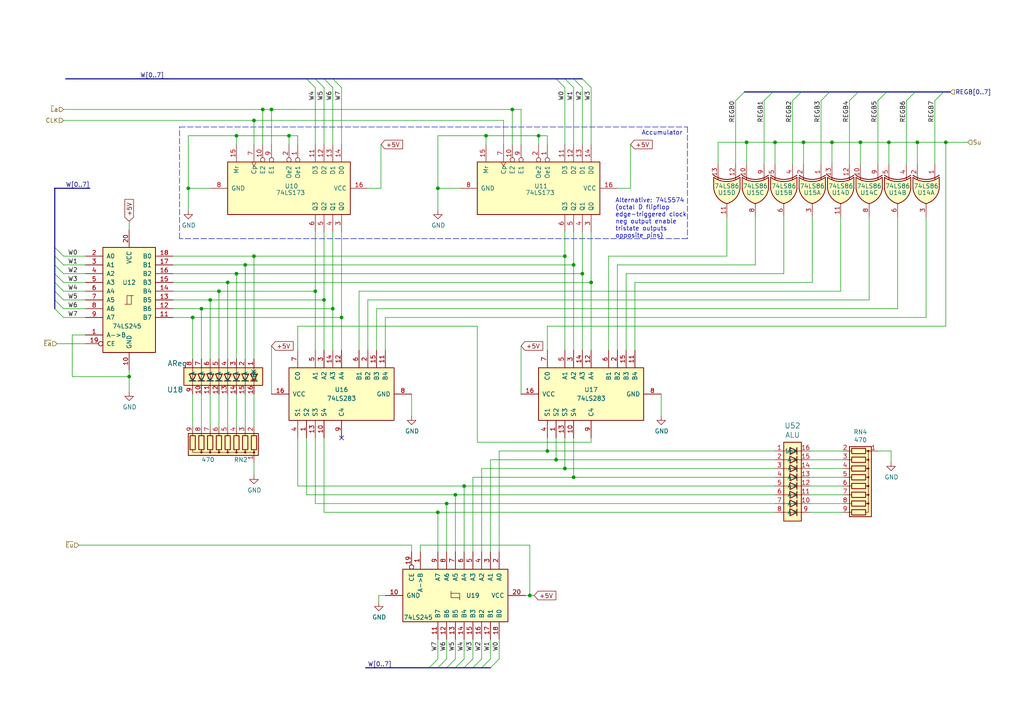
<source format=kicad_sch>
(kicad_sch (version 20211123) (generator eeschema)

  (uuid 2b22e283-da9b-4b97-9dec-9be4b80559c7)

  (paper "A4")

  (lib_symbols
    (symbol "74xx:74LS173" (pin_names (offset 1.016)) (in_bom yes) (on_board yes)
      (property "Reference" "U" (id 0) (at -7.62 19.05 0)
        (effects (font (size 1.27 1.27)))
      )
      (property "Value" "74LS173" (id 1) (at -7.62 -19.05 0)
        (effects (font (size 1.27 1.27)))
      )
      (property "Footprint" "" (id 2) (at 0 0 0)
        (effects (font (size 1.27 1.27)) hide)
      )
      (property "Datasheet" "http://www.ti.com/lit/gpn/sn74LS173" (id 3) (at 0 0 0)
        (effects (font (size 1.27 1.27)) hide)
      )
      (property "ki_locked" "" (id 4) (at 0 0 0)
        (effects (font (size 1.27 1.27)))
      )
      (property "ki_keywords" "TTL REG REG4 3State DFF" (id 5) (at 0 0 0)
        (effects (font (size 1.27 1.27)) hide)
      )
      (property "ki_description" "4-bit D-type Register, 3 state out" (id 6) (at 0 0 0)
        (effects (font (size 1.27 1.27)) hide)
      )
      (property "ki_fp_filters" "DIP?16*" (id 7) (at 0 0 0)
        (effects (font (size 1.27 1.27)) hide)
      )
      (symbol "74LS173_1_0"
        (pin input inverted (at -12.7 2.54 0) (length 5.08)
          (name "Oe1" (effects (font (size 1.27 1.27))))
          (number "1" (effects (font (size 1.27 1.27))))
        )
        (pin input inverted (at -12.7 -7.62 0) (length 5.08)
          (name "E2" (effects (font (size 1.27 1.27))))
          (number "10" (effects (font (size 1.27 1.27))))
        )
        (pin input line (at -12.7 7.62 0) (length 5.08)
          (name "D3" (effects (font (size 1.27 1.27))))
          (number "11" (effects (font (size 1.27 1.27))))
        )
        (pin input line (at -12.7 10.16 0) (length 5.08)
          (name "D2" (effects (font (size 1.27 1.27))))
          (number "12" (effects (font (size 1.27 1.27))))
        )
        (pin input line (at -12.7 12.7 0) (length 5.08)
          (name "D1" (effects (font (size 1.27 1.27))))
          (number "13" (effects (font (size 1.27 1.27))))
        )
        (pin input line (at -12.7 15.24 0) (length 5.08)
          (name "D0" (effects (font (size 1.27 1.27))))
          (number "14" (effects (font (size 1.27 1.27))))
        )
        (pin input line (at -12.7 -15.24 0) (length 5.08)
          (name "Mr" (effects (font (size 1.27 1.27))))
          (number "15" (effects (font (size 1.27 1.27))))
        )
        (pin power_in line (at 0 22.86 270) (length 5.08)
          (name "VCC" (effects (font (size 1.27 1.27))))
          (number "16" (effects (font (size 1.27 1.27))))
        )
        (pin input inverted (at -12.7 0 0) (length 5.08)
          (name "Oe2" (effects (font (size 1.27 1.27))))
          (number "2" (effects (font (size 1.27 1.27))))
        )
        (pin tri_state line (at 12.7 15.24 180) (length 5.08)
          (name "Q0" (effects (font (size 1.27 1.27))))
          (number "3" (effects (font (size 1.27 1.27))))
        )
        (pin tri_state line (at 12.7 12.7 180) (length 5.08)
          (name "Q1" (effects (font (size 1.27 1.27))))
          (number "4" (effects (font (size 1.27 1.27))))
        )
        (pin tri_state line (at 12.7 10.16 180) (length 5.08)
          (name "Q2" (effects (font (size 1.27 1.27))))
          (number "5" (effects (font (size 1.27 1.27))))
        )
        (pin tri_state line (at 12.7 7.62 180) (length 5.08)
          (name "Q3" (effects (font (size 1.27 1.27))))
          (number "6" (effects (font (size 1.27 1.27))))
        )
        (pin input clock (at -12.7 -10.16 0) (length 5.08)
          (name "Cp" (effects (font (size 1.27 1.27))))
          (number "7" (effects (font (size 1.27 1.27))))
        )
        (pin power_in line (at 0 -22.86 90) (length 5.08)
          (name "GND" (effects (font (size 1.27 1.27))))
          (number "8" (effects (font (size 1.27 1.27))))
        )
        (pin input inverted (at -12.7 -5.08 0) (length 5.08)
          (name "E1" (effects (font (size 1.27 1.27))))
          (number "9" (effects (font (size 1.27 1.27))))
        )
      )
      (symbol "74LS173_1_1"
        (rectangle (start -7.62 17.78) (end 7.62 -17.78)
          (stroke (width 0.254) (type default) (color 0 0 0 0))
          (fill (type background))
        )
      )
    )
    (symbol "74xx:74LS245" (pin_names (offset 1.016)) (in_bom yes) (on_board yes)
      (property "Reference" "U" (id 0) (at -7.62 16.51 0)
        (effects (font (size 1.27 1.27)))
      )
      (property "Value" "74LS245" (id 1) (at -7.62 -16.51 0)
        (effects (font (size 1.27 1.27)))
      )
      (property "Footprint" "" (id 2) (at 0 0 0)
        (effects (font (size 1.27 1.27)) hide)
      )
      (property "Datasheet" "http://www.ti.com/lit/gpn/sn74LS245" (id 3) (at 0 0 0)
        (effects (font (size 1.27 1.27)) hide)
      )
      (property "ki_locked" "" (id 4) (at 0 0 0)
        (effects (font (size 1.27 1.27)))
      )
      (property "ki_keywords" "TTL BUS 3State" (id 5) (at 0 0 0)
        (effects (font (size 1.27 1.27)) hide)
      )
      (property "ki_description" "Octal BUS Transceivers, 3-State outputs" (id 6) (at 0 0 0)
        (effects (font (size 1.27 1.27)) hide)
      )
      (property "ki_fp_filters" "DIP?20*" (id 7) (at 0 0 0)
        (effects (font (size 1.27 1.27)) hide)
      )
      (symbol "74LS245_1_0"
        (polyline
          (pts
            (xy -0.635 -1.27)
            (xy -0.635 1.27)
            (xy 0.635 1.27)
          )
          (stroke (width 0) (type default) (color 0 0 0 0))
          (fill (type none))
        )
        (polyline
          (pts
            (xy -1.27 -1.27)
            (xy 0.635 -1.27)
            (xy 0.635 1.27)
            (xy 1.27 1.27)
          )
          (stroke (width 0) (type default) (color 0 0 0 0))
          (fill (type none))
        )
        (pin input line (at -12.7 -10.16 0) (length 5.08)
          (name "A->B" (effects (font (size 1.27 1.27))))
          (number "1" (effects (font (size 1.27 1.27))))
        )
        (pin power_in line (at 0 -20.32 90) (length 5.08)
          (name "GND" (effects (font (size 1.27 1.27))))
          (number "10" (effects (font (size 1.27 1.27))))
        )
        (pin tri_state line (at 12.7 -5.08 180) (length 5.08)
          (name "B7" (effects (font (size 1.27 1.27))))
          (number "11" (effects (font (size 1.27 1.27))))
        )
        (pin tri_state line (at 12.7 -2.54 180) (length 5.08)
          (name "B6" (effects (font (size 1.27 1.27))))
          (number "12" (effects (font (size 1.27 1.27))))
        )
        (pin tri_state line (at 12.7 0 180) (length 5.08)
          (name "B5" (effects (font (size 1.27 1.27))))
          (number "13" (effects (font (size 1.27 1.27))))
        )
        (pin tri_state line (at 12.7 2.54 180) (length 5.08)
          (name "B4" (effects (font (size 1.27 1.27))))
          (number "14" (effects (font (size 1.27 1.27))))
        )
        (pin tri_state line (at 12.7 5.08 180) (length 5.08)
          (name "B3" (effects (font (size 1.27 1.27))))
          (number "15" (effects (font (size 1.27 1.27))))
        )
        (pin tri_state line (at 12.7 7.62 180) (length 5.08)
          (name "B2" (effects (font (size 1.27 1.27))))
          (number "16" (effects (font (size 1.27 1.27))))
        )
        (pin tri_state line (at 12.7 10.16 180) (length 5.08)
          (name "B1" (effects (font (size 1.27 1.27))))
          (number "17" (effects (font (size 1.27 1.27))))
        )
        (pin tri_state line (at 12.7 12.7 180) (length 5.08)
          (name "B0" (effects (font (size 1.27 1.27))))
          (number "18" (effects (font (size 1.27 1.27))))
        )
        (pin input inverted (at -12.7 -12.7 0) (length 5.08)
          (name "CE" (effects (font (size 1.27 1.27))))
          (number "19" (effects (font (size 1.27 1.27))))
        )
        (pin tri_state line (at -12.7 12.7 0) (length 5.08)
          (name "A0" (effects (font (size 1.27 1.27))))
          (number "2" (effects (font (size 1.27 1.27))))
        )
        (pin power_in line (at 0 20.32 270) (length 5.08)
          (name "VCC" (effects (font (size 1.27 1.27))))
          (number "20" (effects (font (size 1.27 1.27))))
        )
        (pin tri_state line (at -12.7 10.16 0) (length 5.08)
          (name "A1" (effects (font (size 1.27 1.27))))
          (number "3" (effects (font (size 1.27 1.27))))
        )
        (pin tri_state line (at -12.7 7.62 0) (length 5.08)
          (name "A2" (effects (font (size 1.27 1.27))))
          (number "4" (effects (font (size 1.27 1.27))))
        )
        (pin tri_state line (at -12.7 5.08 0) (length 5.08)
          (name "A3" (effects (font (size 1.27 1.27))))
          (number "5" (effects (font (size 1.27 1.27))))
        )
        (pin tri_state line (at -12.7 2.54 0) (length 5.08)
          (name "A4" (effects (font (size 1.27 1.27))))
          (number "6" (effects (font (size 1.27 1.27))))
        )
        (pin tri_state line (at -12.7 0 0) (length 5.08)
          (name "A5" (effects (font (size 1.27 1.27))))
          (number "7" (effects (font (size 1.27 1.27))))
        )
        (pin tri_state line (at -12.7 -2.54 0) (length 5.08)
          (name "A6" (effects (font (size 1.27 1.27))))
          (number "8" (effects (font (size 1.27 1.27))))
        )
        (pin tri_state line (at -12.7 -5.08 0) (length 5.08)
          (name "A7" (effects (font (size 1.27 1.27))))
          (number "9" (effects (font (size 1.27 1.27))))
        )
      )
      (symbol "74LS245_1_1"
        (rectangle (start -7.62 15.24) (end 7.62 -15.24)
          (stroke (width 0.254) (type default) (color 0 0 0 0))
          (fill (type background))
        )
      )
    )
    (symbol "74xx:74LS283" (pin_names (offset 1.016)) (in_bom yes) (on_board yes)
      (property "Reference" "U" (id 0) (at -7.62 16.51 0)
        (effects (font (size 1.27 1.27)))
      )
      (property "Value" "74LS283" (id 1) (at -7.62 -16.51 0)
        (effects (font (size 1.27 1.27)))
      )
      (property "Footprint" "" (id 2) (at 0 0 0)
        (effects (font (size 1.27 1.27)) hide)
      )
      (property "Datasheet" "http://www.ti.com/lit/gpn/sn74LS283" (id 3) (at 0 0 0)
        (effects (font (size 1.27 1.27)) hide)
      )
      (property "ki_locked" "" (id 4) (at 0 0 0)
        (effects (font (size 1.27 1.27)))
      )
      (property "ki_keywords" "TTL ADD Arith ALU" (id 5) (at 0 0 0)
        (effects (font (size 1.27 1.27)) hide)
      )
      (property "ki_description" "4-bit full Adder" (id 6) (at 0 0 0)
        (effects (font (size 1.27 1.27)) hide)
      )
      (property "ki_fp_filters" "DIP?16*" (id 7) (at 0 0 0)
        (effects (font (size 1.27 1.27)) hide)
      )
      (symbol "74LS283_1_0"
        (pin output line (at 12.7 10.16 180) (length 5.08)
          (name "S2" (effects (font (size 1.27 1.27))))
          (number "1" (effects (font (size 1.27 1.27))))
        )
        (pin output line (at 12.7 5.08 180) (length 5.08)
          (name "S4" (effects (font (size 1.27 1.27))))
          (number "10" (effects (font (size 1.27 1.27))))
        )
        (pin input line (at -12.7 -12.7 0) (length 5.08)
          (name "B4" (effects (font (size 1.27 1.27))))
          (number "11" (effects (font (size 1.27 1.27))))
        )
        (pin input line (at -12.7 0 0) (length 5.08)
          (name "A4" (effects (font (size 1.27 1.27))))
          (number "12" (effects (font (size 1.27 1.27))))
        )
        (pin output line (at 12.7 7.62 180) (length 5.08)
          (name "S3" (effects (font (size 1.27 1.27))))
          (number "13" (effects (font (size 1.27 1.27))))
        )
        (pin input line (at -12.7 2.54 0) (length 5.08)
          (name "A3" (effects (font (size 1.27 1.27))))
          (number "14" (effects (font (size 1.27 1.27))))
        )
        (pin input line (at -12.7 -10.16 0) (length 5.08)
          (name "B3" (effects (font (size 1.27 1.27))))
          (number "15" (effects (font (size 1.27 1.27))))
        )
        (pin power_in line (at 0 20.32 270) (length 5.08)
          (name "VCC" (effects (font (size 1.27 1.27))))
          (number "16" (effects (font (size 1.27 1.27))))
        )
        (pin input line (at -12.7 -7.62 0) (length 5.08)
          (name "B2" (effects (font (size 1.27 1.27))))
          (number "2" (effects (font (size 1.27 1.27))))
        )
        (pin input line (at -12.7 5.08 0) (length 5.08)
          (name "A2" (effects (font (size 1.27 1.27))))
          (number "3" (effects (font (size 1.27 1.27))))
        )
        (pin output line (at 12.7 12.7 180) (length 5.08)
          (name "S1" (effects (font (size 1.27 1.27))))
          (number "4" (effects (font (size 1.27 1.27))))
        )
        (pin input line (at -12.7 7.62 0) (length 5.08)
          (name "A1" (effects (font (size 1.27 1.27))))
          (number "5" (effects (font (size 1.27 1.27))))
        )
        (pin input line (at -12.7 -5.08 0) (length 5.08)
          (name "B1" (effects (font (size 1.27 1.27))))
          (number "6" (effects (font (size 1.27 1.27))))
        )
        (pin input line (at -12.7 12.7 0) (length 5.08)
          (name "C0" (effects (font (size 1.27 1.27))))
          (number "7" (effects (font (size 1.27 1.27))))
        )
        (pin power_in line (at 0 -20.32 90) (length 5.08)
          (name "GND" (effects (font (size 1.27 1.27))))
          (number "8" (effects (font (size 1.27 1.27))))
        )
        (pin output line (at 12.7 0 180) (length 5.08)
          (name "C4" (effects (font (size 1.27 1.27))))
          (number "9" (effects (font (size 1.27 1.27))))
        )
      )
      (symbol "74LS283_1_1"
        (rectangle (start -7.62 15.24) (end 7.62 -15.24)
          (stroke (width 0.254) (type default) (color 0 0 0 0))
          (fill (type background))
        )
      )
    )
    (symbol "74xx:74LS86" (pin_names (offset 1.016)) (in_bom yes) (on_board yes)
      (property "Reference" "U" (id 0) (at 0 1.27 0)
        (effects (font (size 1.27 1.27)))
      )
      (property "Value" "74LS86" (id 1) (at 0 -1.27 0)
        (effects (font (size 1.27 1.27)))
      )
      (property "Footprint" "" (id 2) (at 0 0 0)
        (effects (font (size 1.27 1.27)) hide)
      )
      (property "Datasheet" "74xx/74ls86.pdf" (id 3) (at 0 0 0)
        (effects (font (size 1.27 1.27)) hide)
      )
      (property "ki_locked" "" (id 4) (at 0 0 0)
        (effects (font (size 1.27 1.27)))
      )
      (property "ki_keywords" "TTL XOR2" (id 5) (at 0 0 0)
        (effects (font (size 1.27 1.27)) hide)
      )
      (property "ki_description" "Quad 2-input XOR" (id 6) (at 0 0 0)
        (effects (font (size 1.27 1.27)) hide)
      )
      (property "ki_fp_filters" "DIP*W7.62mm*" (id 7) (at 0 0 0)
        (effects (font (size 1.27 1.27)) hide)
      )
      (symbol "74LS86_1_0"
        (arc (start -4.4196 -3.81) (mid -3.2033 0) (end -4.4196 3.81)
          (stroke (width 0.254) (type default) (color 0 0 0 0))
          (fill (type none))
        )
        (arc (start -3.81 -3.81) (mid -2.589 0) (end -3.81 3.81)
          (stroke (width 0.254) (type default) (color 0 0 0 0))
          (fill (type none))
        )
        (arc (start -0.6096 -3.81) (mid 2.1842 -2.5851) (end 3.81 0)
          (stroke (width 0.254) (type default) (color 0 0 0 0))
          (fill (type background))
        )
        (polyline
          (pts
            (xy -3.81 -3.81)
            (xy -0.635 -3.81)
          )
          (stroke (width 0.254) (type default) (color 0 0 0 0))
          (fill (type background))
        )
        (polyline
          (pts
            (xy -3.81 3.81)
            (xy -0.635 3.81)
          )
          (stroke (width 0.254) (type default) (color 0 0 0 0))
          (fill (type background))
        )
        (polyline
          (pts
            (xy -0.635 3.81)
            (xy -3.81 3.81)
            (xy -3.81 3.81)
            (xy -3.556 3.4036)
            (xy -3.0226 2.2606)
            (xy -2.6924 1.0414)
            (xy -2.6162 -0.254)
            (xy -2.7686 -1.4986)
            (xy -3.175 -2.7178)
            (xy -3.81 -3.81)
            (xy -3.81 -3.81)
            (xy -0.635 -3.81)
          )
          (stroke (width -25.4) (type default) (color 0 0 0 0))
          (fill (type background))
        )
        (arc (start 3.81 0) (mid 2.1915 2.5936) (end -0.6096 3.81)
          (stroke (width 0.254) (type default) (color 0 0 0 0))
          (fill (type background))
        )
        (pin input line (at -7.62 2.54 0) (length 4.445)
          (name "~" (effects (font (size 1.27 1.27))))
          (number "1" (effects (font (size 1.27 1.27))))
        )
        (pin input line (at -7.62 -2.54 0) (length 4.445)
          (name "~" (effects (font (size 1.27 1.27))))
          (number "2" (effects (font (size 1.27 1.27))))
        )
        (pin output line (at 7.62 0 180) (length 3.81)
          (name "~" (effects (font (size 1.27 1.27))))
          (number "3" (effects (font (size 1.27 1.27))))
        )
      )
      (symbol "74LS86_1_1"
        (polyline
          (pts
            (xy -3.81 -2.54)
            (xy -3.175 -2.54)
          )
          (stroke (width 0.1524) (type default) (color 0 0 0 0))
          (fill (type none))
        )
        (polyline
          (pts
            (xy -3.81 2.54)
            (xy -3.175 2.54)
          )
          (stroke (width 0.1524) (type default) (color 0 0 0 0))
          (fill (type none))
        )
      )
      (symbol "74LS86_2_0"
        (arc (start -4.4196 -3.81) (mid -3.2033 0) (end -4.4196 3.81)
          (stroke (width 0.254) (type default) (color 0 0 0 0))
          (fill (type none))
        )
        (arc (start -3.81 -3.81) (mid -2.589 0) (end -3.81 3.81)
          (stroke (width 0.254) (type default) (color 0 0 0 0))
          (fill (type none))
        )
        (arc (start -0.6096 -3.81) (mid 2.1842 -2.5851) (end 3.81 0)
          (stroke (width 0.254) (type default) (color 0 0 0 0))
          (fill (type background))
        )
        (polyline
          (pts
            (xy -3.81 -3.81)
            (xy -0.635 -3.81)
          )
          (stroke (width 0.254) (type default) (color 0 0 0 0))
          (fill (type background))
        )
        (polyline
          (pts
            (xy -3.81 3.81)
            (xy -0.635 3.81)
          )
          (stroke (width 0.254) (type default) (color 0 0 0 0))
          (fill (type background))
        )
        (polyline
          (pts
            (xy -0.635 3.81)
            (xy -3.81 3.81)
            (xy -3.81 3.81)
            (xy -3.556 3.4036)
            (xy -3.0226 2.2606)
            (xy -2.6924 1.0414)
            (xy -2.6162 -0.254)
            (xy -2.7686 -1.4986)
            (xy -3.175 -2.7178)
            (xy -3.81 -3.81)
            (xy -3.81 -3.81)
            (xy -0.635 -3.81)
          )
          (stroke (width -25.4) (type default) (color 0 0 0 0))
          (fill (type background))
        )
        (arc (start 3.81 0) (mid 2.1915 2.5936) (end -0.6096 3.81)
          (stroke (width 0.254) (type default) (color 0 0 0 0))
          (fill (type background))
        )
        (pin input line (at -7.62 2.54 0) (length 4.445)
          (name "~" (effects (font (size 1.27 1.27))))
          (number "4" (effects (font (size 1.27 1.27))))
        )
        (pin input line (at -7.62 -2.54 0) (length 4.445)
          (name "~" (effects (font (size 1.27 1.27))))
          (number "5" (effects (font (size 1.27 1.27))))
        )
        (pin output line (at 7.62 0 180) (length 3.81)
          (name "~" (effects (font (size 1.27 1.27))))
          (number "6" (effects (font (size 1.27 1.27))))
        )
      )
      (symbol "74LS86_2_1"
        (polyline
          (pts
            (xy -3.81 -2.54)
            (xy -3.175 -2.54)
          )
          (stroke (width 0.1524) (type default) (color 0 0 0 0))
          (fill (type none))
        )
        (polyline
          (pts
            (xy -3.81 2.54)
            (xy -3.175 2.54)
          )
          (stroke (width 0.1524) (type default) (color 0 0 0 0))
          (fill (type none))
        )
      )
      (symbol "74LS86_3_0"
        (arc (start -4.4196 -3.81) (mid -3.2033 0) (end -4.4196 3.81)
          (stroke (width 0.254) (type default) (color 0 0 0 0))
          (fill (type none))
        )
        (arc (start -3.81 -3.81) (mid -2.589 0) (end -3.81 3.81)
          (stroke (width 0.254) (type default) (color 0 0 0 0))
          (fill (type none))
        )
        (arc (start -0.6096 -3.81) (mid 2.1842 -2.5851) (end 3.81 0)
          (stroke (width 0.254) (type default) (color 0 0 0 0))
          (fill (type background))
        )
        (polyline
          (pts
            (xy -3.81 -3.81)
            (xy -0.635 -3.81)
          )
          (stroke (width 0.254) (type default) (color 0 0 0 0))
          (fill (type background))
        )
        (polyline
          (pts
            (xy -3.81 3.81)
            (xy -0.635 3.81)
          )
          (stroke (width 0.254) (type default) (color 0 0 0 0))
          (fill (type background))
        )
        (polyline
          (pts
            (xy -0.635 3.81)
            (xy -3.81 3.81)
            (xy -3.81 3.81)
            (xy -3.556 3.4036)
            (xy -3.0226 2.2606)
            (xy -2.6924 1.0414)
            (xy -2.6162 -0.254)
            (xy -2.7686 -1.4986)
            (xy -3.175 -2.7178)
            (xy -3.81 -3.81)
            (xy -3.81 -3.81)
            (xy -0.635 -3.81)
          )
          (stroke (width -25.4) (type default) (color 0 0 0 0))
          (fill (type background))
        )
        (arc (start 3.81 0) (mid 2.1915 2.5936) (end -0.6096 3.81)
          (stroke (width 0.254) (type default) (color 0 0 0 0))
          (fill (type background))
        )
        (pin input line (at -7.62 -2.54 0) (length 4.445)
          (name "~" (effects (font (size 1.27 1.27))))
          (number "10" (effects (font (size 1.27 1.27))))
        )
        (pin output line (at 7.62 0 180) (length 3.81)
          (name "~" (effects (font (size 1.27 1.27))))
          (number "8" (effects (font (size 1.27 1.27))))
        )
        (pin input line (at -7.62 2.54 0) (length 4.445)
          (name "~" (effects (font (size 1.27 1.27))))
          (number "9" (effects (font (size 1.27 1.27))))
        )
      )
      (symbol "74LS86_3_1"
        (polyline
          (pts
            (xy -3.81 -2.54)
            (xy -3.175 -2.54)
          )
          (stroke (width 0.1524) (type default) (color 0 0 0 0))
          (fill (type none))
        )
        (polyline
          (pts
            (xy -3.81 2.54)
            (xy -3.175 2.54)
          )
          (stroke (width 0.1524) (type default) (color 0 0 0 0))
          (fill (type none))
        )
      )
      (symbol "74LS86_4_0"
        (arc (start -4.4196 -3.81) (mid -3.2033 0) (end -4.4196 3.81)
          (stroke (width 0.254) (type default) (color 0 0 0 0))
          (fill (type none))
        )
        (arc (start -3.81 -3.81) (mid -2.589 0) (end -3.81 3.81)
          (stroke (width 0.254) (type default) (color 0 0 0 0))
          (fill (type none))
        )
        (arc (start -0.6096 -3.81) (mid 2.1842 -2.5851) (end 3.81 0)
          (stroke (width 0.254) (type default) (color 0 0 0 0))
          (fill (type background))
        )
        (polyline
          (pts
            (xy -3.81 -3.81)
            (xy -0.635 -3.81)
          )
          (stroke (width 0.254) (type default) (color 0 0 0 0))
          (fill (type background))
        )
        (polyline
          (pts
            (xy -3.81 3.81)
            (xy -0.635 3.81)
          )
          (stroke (width 0.254) (type default) (color 0 0 0 0))
          (fill (type background))
        )
        (polyline
          (pts
            (xy -0.635 3.81)
            (xy -3.81 3.81)
            (xy -3.81 3.81)
            (xy -3.556 3.4036)
            (xy -3.0226 2.2606)
            (xy -2.6924 1.0414)
            (xy -2.6162 -0.254)
            (xy -2.7686 -1.4986)
            (xy -3.175 -2.7178)
            (xy -3.81 -3.81)
            (xy -3.81 -3.81)
            (xy -0.635 -3.81)
          )
          (stroke (width -25.4) (type default) (color 0 0 0 0))
          (fill (type background))
        )
        (arc (start 3.81 0) (mid 2.1915 2.5936) (end -0.6096 3.81)
          (stroke (width 0.254) (type default) (color 0 0 0 0))
          (fill (type background))
        )
        (pin output line (at 7.62 0 180) (length 3.81)
          (name "~" (effects (font (size 1.27 1.27))))
          (number "11" (effects (font (size 1.27 1.27))))
        )
        (pin input line (at -7.62 2.54 0) (length 4.445)
          (name "~" (effects (font (size 1.27 1.27))))
          (number "12" (effects (font (size 1.27 1.27))))
        )
        (pin input line (at -7.62 -2.54 0) (length 4.445)
          (name "~" (effects (font (size 1.27 1.27))))
          (number "13" (effects (font (size 1.27 1.27))))
        )
      )
      (symbol "74LS86_4_1"
        (polyline
          (pts
            (xy -3.81 -2.54)
            (xy -3.175 -2.54)
          )
          (stroke (width 0.1524) (type default) (color 0 0 0 0))
          (fill (type none))
        )
        (polyline
          (pts
            (xy -3.81 2.54)
            (xy -3.175 2.54)
          )
          (stroke (width 0.1524) (type default) (color 0 0 0 0))
          (fill (type none))
        )
      )
      (symbol "74LS86_5_0"
        (pin power_in line (at 0 12.7 270) (length 5.08)
          (name "VCC" (effects (font (size 1.27 1.27))))
          (number "14" (effects (font (size 1.27 1.27))))
        )
        (pin power_in line (at 0 -12.7 90) (length 5.08)
          (name "GND" (effects (font (size 1.27 1.27))))
          (number "7" (effects (font (size 1.27 1.27))))
        )
      )
      (symbol "74LS86_5_1"
        (rectangle (start -5.08 7.62) (end 5.08 -7.62)
          (stroke (width 0.254) (type default) (color 0 0 0 0))
          (fill (type background))
        )
      )
    )
    (symbol "8bitcomputer-Malvino-rescue:8segmBarGraph-zDirkLibrary" (pin_names (offset 1.016)) (in_bom yes) (on_board yes)
      (property "Reference" "U" (id 0) (at 0 12.7 0)
        (effects (font (size 1.524 1.524)))
      )
      (property "Value" "8segmBarGraph-zDirkLibrary" (id 1) (at 0 -12.7 0)
        (effects (font (size 1.524 1.524)))
      )
      (property "Footprint" "" (id 2) (at 0 0 0)
        (effects (font (size 1.524 1.524)) hide)
      )
      (property "Datasheet" "" (id 3) (at 0 0 0)
        (effects (font (size 1.524 1.524)) hide)
      )
      (symbol "8segmBarGraph-zDirkLibrary_1_1"
        (rectangle (start -2.54 11.43) (end 2.54 -11.43)
          (stroke (width 0.254) (type default) (color 0 0 0 0))
          (fill (type background))
        )
        (polyline
          (pts
            (xy -2.54 -8.89)
            (xy 2.54 -8.89)
          )
          (stroke (width 0) (type default) (color 0 0 0 0))
          (fill (type none))
        )
        (polyline
          (pts
            (xy -2.54 -6.35)
            (xy 2.54 -6.35)
          )
          (stroke (width 0) (type default) (color 0 0 0 0))
          (fill (type none))
        )
        (polyline
          (pts
            (xy -2.54 -1.27)
            (xy 2.54 -1.27)
          )
          (stroke (width 0) (type default) (color 0 0 0 0))
          (fill (type none))
        )
        (polyline
          (pts
            (xy -2.54 3.81)
            (xy 2.54 3.81)
          )
          (stroke (width 0) (type default) (color 0 0 0 0))
          (fill (type none))
        )
        (polyline
          (pts
            (xy -2.54 6.35)
            (xy 2.54 6.35)
          )
          (stroke (width 0) (type default) (color 0 0 0 0))
          (fill (type none))
        )
        (polyline
          (pts
            (xy -2.54 8.89)
            (xy 2.54 8.89)
          )
          (stroke (width 0) (type default) (color 0 0 0 0))
          (fill (type none))
        )
        (polyline
          (pts
            (xy 1.27 -7.874)
            (xy 1.27 -9.906)
          )
          (stroke (width 0.254) (type default) (color 0 0 0 0))
          (fill (type none))
        )
        (polyline
          (pts
            (xy 1.27 -5.334)
            (xy 1.27 -7.366)
          )
          (stroke (width 0.254) (type default) (color 0 0 0 0))
          (fill (type none))
        )
        (polyline
          (pts
            (xy 1.27 -2.794)
            (xy 1.27 -4.826)
          )
          (stroke (width 0.254) (type default) (color 0 0 0 0))
          (fill (type none))
        )
        (polyline
          (pts
            (xy 1.27 -0.254)
            (xy 1.27 -2.286)
          )
          (stroke (width 0.254) (type default) (color 0 0 0 0))
          (fill (type none))
        )
        (polyline
          (pts
            (xy 1.27 2.286)
            (xy 1.27 0.254)
          )
          (stroke (width 0.254) (type default) (color 0 0 0 0))
          (fill (type none))
        )
        (polyline
          (pts
            (xy 1.27 4.826)
            (xy 1.27 2.794)
          )
          (stroke (width 0.254) (type default) (color 0 0 0 0))
          (fill (type none))
        )
        (polyline
          (pts
            (xy 1.27 7.366)
            (xy 1.27 5.334)
          )
          (stroke (width 0.254) (type default) (color 0 0 0 0))
          (fill (type none))
        )
        (polyline
          (pts
            (xy 1.27 9.906)
            (xy 1.27 7.874)
          )
          (stroke (width 0.254) (type default) (color 0 0 0 0))
          (fill (type none))
        )
        (polyline
          (pts
            (xy 2.54 -3.81)
            (xy -2.54 -3.81)
          )
          (stroke (width 0) (type default) (color 0 0 0 0))
          (fill (type none))
        )
        (polyline
          (pts
            (xy 2.54 1.27)
            (xy -2.54 1.27)
          )
          (stroke (width 0) (type default) (color 0 0 0 0))
          (fill (type none))
        )
        (polyline
          (pts
            (xy -0.762 -7.874)
            (xy -0.762 -9.906)
            (xy 1.27 -8.89)
            (xy -0.762 -7.874)
          )
          (stroke (width 0.254) (type default) (color 0 0 0 0))
          (fill (type none))
        )
        (polyline
          (pts
            (xy -0.762 -5.334)
            (xy -0.762 -7.366)
            (xy 1.27 -6.35)
            (xy -0.762 -5.334)
          )
          (stroke (width 0.254) (type default) (color 0 0 0 0))
          (fill (type none))
        )
        (polyline
          (pts
            (xy -0.762 -2.794)
            (xy -0.762 -4.826)
            (xy 1.27 -3.81)
            (xy -0.762 -2.794)
          )
          (stroke (width 0.254) (type default) (color 0 0 0 0))
          (fill (type none))
        )
        (polyline
          (pts
            (xy -0.762 -0.254)
            (xy -0.762 -2.286)
            (xy 1.27 -1.27)
            (xy -0.762 -0.254)
          )
          (stroke (width 0.254) (type default) (color 0 0 0 0))
          (fill (type none))
        )
        (polyline
          (pts
            (xy -0.762 2.286)
            (xy -0.762 0.254)
            (xy 1.27 1.27)
            (xy -0.762 2.286)
          )
          (stroke (width 0.254) (type default) (color 0 0 0 0))
          (fill (type none))
        )
        (polyline
          (pts
            (xy -0.762 4.826)
            (xy -0.762 2.794)
            (xy 1.27 3.81)
            (xy -0.762 4.826)
          )
          (stroke (width 0.254) (type default) (color 0 0 0 0))
          (fill (type none))
        )
        (polyline
          (pts
            (xy -0.762 7.366)
            (xy -0.762 5.334)
            (xy 1.27 6.35)
            (xy -0.762 7.366)
          )
          (stroke (width 0.254) (type default) (color 0 0 0 0))
          (fill (type none))
        )
        (polyline
          (pts
            (xy -0.762 9.906)
            (xy -0.762 7.874)
            (xy 1.27 8.89)
            (xy -0.762 9.906)
          )
          (stroke (width 0.254) (type default) (color 0 0 0 0))
          (fill (type none))
        )
        (pin passive line (at -5.08 8.89 0) (length 2.54)
          (name "A" (effects (font (size 1.27 1.27))))
          (number "1" (effects (font (size 1.27 1.27))))
        )
        (pin passive line (at 5.08 -6.35 180) (length 2.54)
          (name "K" (effects (font (size 1.27 1.27))))
          (number "10" (effects (font (size 1.27 1.27))))
        )
        (pin passive line (at 5.08 -3.81 180) (length 2.54)
          (name "K" (effects (font (size 1.27 1.27))))
          (number "11" (effects (font (size 1.27 1.27))))
        )
        (pin passive line (at 5.08 -1.27 180) (length 2.54)
          (name "K" (effects (font (size 1.27 1.27))))
          (number "12" (effects (font (size 1.27 1.27))))
        )
        (pin passive line (at 5.08 1.27 180) (length 2.54)
          (name "K" (effects (font (size 1.27 1.27))))
          (number "13" (effects (font (size 1.27 1.27))))
        )
        (pin passive line (at 5.08 3.81 180) (length 2.54)
          (name "K" (effects (font (size 1.27 1.27))))
          (number "14" (effects (font (size 1.27 1.27))))
        )
        (pin passive line (at 5.08 6.35 180) (length 2.54)
          (name "K" (effects (font (size 1.27 1.27))))
          (number "15" (effects (font (size 1.27 1.27))))
        )
        (pin passive line (at 5.08 8.89 180) (length 2.54)
          (name "16K" (effects (font (size 1.27 1.27))))
          (number "16" (effects (font (size 1.27 1.27))))
        )
        (pin passive line (at -5.08 6.35 0) (length 2.54)
          (name "A" (effects (font (size 1.27 1.27))))
          (number "2" (effects (font (size 1.27 1.27))))
        )
        (pin passive line (at -5.08 3.81 0) (length 2.54)
          (name "A" (effects (font (size 1.27 1.27))))
          (number "3" (effects (font (size 1.27 1.27))))
        )
        (pin passive line (at -5.08 1.27 0) (length 2.54)
          (name "A" (effects (font (size 1.27 1.27))))
          (number "4" (effects (font (size 1.27 1.27))))
        )
        (pin passive line (at -5.08 -1.27 0) (length 2.54)
          (name "A" (effects (font (size 1.27 1.27))))
          (number "5" (effects (font (size 1.27 1.27))))
        )
        (pin passive line (at -5.08 -3.81 0) (length 2.54)
          (name "A" (effects (font (size 1.27 1.27))))
          (number "6" (effects (font (size 1.27 1.27))))
        )
        (pin passive line (at -5.08 -6.35 0) (length 2.54)
          (name "A" (effects (font (size 1.27 1.27))))
          (number "7" (effects (font (size 1.27 1.27))))
        )
        (pin passive line (at -5.08 -8.89 0) (length 2.54)
          (name "A" (effects (font (size 1.27 1.27))))
          (number "8" (effects (font (size 1.27 1.27))))
        )
        (pin passive line (at 5.08 -8.89 180) (length 2.54)
          (name "K" (effects (font (size 1.27 1.27))))
          (number "9" (effects (font (size 1.27 1.27))))
        )
      )
    )
    (symbol "Device:R_Network08" (pin_names (offset 0) hide) (in_bom yes) (on_board yes)
      (property "Reference" "RN" (id 0) (at -12.7 0 90)
        (effects (font (size 1.27 1.27)))
      )
      (property "Value" "R_Network08" (id 1) (at 10.16 0 90)
        (effects (font (size 1.27 1.27)))
      )
      (property "Footprint" "Resistor_THT:R_Array_SIP9" (id 2) (at 12.065 0 90)
        (effects (font (size 1.27 1.27)) hide)
      )
      (property "Datasheet" "http://www.vishay.com/docs/31509/csc.pdf" (id 3) (at 0 0 0)
        (effects (font (size 1.27 1.27)) hide)
      )
      (property "ki_keywords" "R network star-topology" (id 4) (at 0 0 0)
        (effects (font (size 1.27 1.27)) hide)
      )
      (property "ki_description" "8 resistor network, star topology, bussed resistors, small symbol" (id 5) (at 0 0 0)
        (effects (font (size 1.27 1.27)) hide)
      )
      (property "ki_fp_filters" "R?Array?SIP*" (id 6) (at 0 0 0)
        (effects (font (size 1.27 1.27)) hide)
      )
      (symbol "R_Network08_0_1"
        (rectangle (start -11.43 -3.175) (end 8.89 3.175)
          (stroke (width 0.254) (type default) (color 0 0 0 0))
          (fill (type background))
        )
        (rectangle (start -10.922 1.524) (end -9.398 -2.54)
          (stroke (width 0.254) (type default) (color 0 0 0 0))
          (fill (type none))
        )
        (circle (center -10.16 2.286) (radius 0.254)
          (stroke (width 0) (type default) (color 0 0 0 0))
          (fill (type outline))
        )
        (rectangle (start -8.382 1.524) (end -6.858 -2.54)
          (stroke (width 0.254) (type default) (color 0 0 0 0))
          (fill (type none))
        )
        (circle (center -7.62 2.286) (radius 0.254)
          (stroke (width 0) (type default) (color 0 0 0 0))
          (fill (type outline))
        )
        (rectangle (start -5.842 1.524) (end -4.318 -2.54)
          (stroke (width 0.254) (type default) (color 0 0 0 0))
          (fill (type none))
        )
        (circle (center -5.08 2.286) (radius 0.254)
          (stroke (width 0) (type default) (color 0 0 0 0))
          (fill (type outline))
        )
        (rectangle (start -3.302 1.524) (end -1.778 -2.54)
          (stroke (width 0.254) (type default) (color 0 0 0 0))
          (fill (type none))
        )
        (circle (center -2.54 2.286) (radius 0.254)
          (stroke (width 0) (type default) (color 0 0 0 0))
          (fill (type outline))
        )
        (rectangle (start -0.762 1.524) (end 0.762 -2.54)
          (stroke (width 0.254) (type default) (color 0 0 0 0))
          (fill (type none))
        )
        (polyline
          (pts
            (xy -10.16 -2.54)
            (xy -10.16 -3.81)
          )
          (stroke (width 0) (type default) (color 0 0 0 0))
          (fill (type none))
        )
        (polyline
          (pts
            (xy -7.62 -2.54)
            (xy -7.62 -3.81)
          )
          (stroke (width 0) (type default) (color 0 0 0 0))
          (fill (type none))
        )
        (polyline
          (pts
            (xy -5.08 -2.54)
            (xy -5.08 -3.81)
          )
          (stroke (width 0) (type default) (color 0 0 0 0))
          (fill (type none))
        )
        (polyline
          (pts
            (xy -2.54 -2.54)
            (xy -2.54 -3.81)
          )
          (stroke (width 0) (type default) (color 0 0 0 0))
          (fill (type none))
        )
        (polyline
          (pts
            (xy 0 -2.54)
            (xy 0 -3.81)
          )
          (stroke (width 0) (type default) (color 0 0 0 0))
          (fill (type none))
        )
        (polyline
          (pts
            (xy 2.54 -2.54)
            (xy 2.54 -3.81)
          )
          (stroke (width 0) (type default) (color 0 0 0 0))
          (fill (type none))
        )
        (polyline
          (pts
            (xy 5.08 -2.54)
            (xy 5.08 -3.81)
          )
          (stroke (width 0) (type default) (color 0 0 0 0))
          (fill (type none))
        )
        (polyline
          (pts
            (xy 7.62 -2.54)
            (xy 7.62 -3.81)
          )
          (stroke (width 0) (type default) (color 0 0 0 0))
          (fill (type none))
        )
        (polyline
          (pts
            (xy -10.16 1.524)
            (xy -10.16 2.286)
            (xy -7.62 2.286)
            (xy -7.62 1.524)
          )
          (stroke (width 0) (type default) (color 0 0 0 0))
          (fill (type none))
        )
        (polyline
          (pts
            (xy -7.62 1.524)
            (xy -7.62 2.286)
            (xy -5.08 2.286)
            (xy -5.08 1.524)
          )
          (stroke (width 0) (type default) (color 0 0 0 0))
          (fill (type none))
        )
        (polyline
          (pts
            (xy -5.08 1.524)
            (xy -5.08 2.286)
            (xy -2.54 2.286)
            (xy -2.54 1.524)
          )
          (stroke (width 0) (type default) (color 0 0 0 0))
          (fill (type none))
        )
        (polyline
          (pts
            (xy -2.54 1.524)
            (xy -2.54 2.286)
            (xy 0 2.286)
            (xy 0 1.524)
          )
          (stroke (width 0) (type default) (color 0 0 0 0))
          (fill (type none))
        )
        (polyline
          (pts
            (xy 0 1.524)
            (xy 0 2.286)
            (xy 2.54 2.286)
            (xy 2.54 1.524)
          )
          (stroke (width 0) (type default) (color 0 0 0 0))
          (fill (type none))
        )
        (polyline
          (pts
            (xy 2.54 1.524)
            (xy 2.54 2.286)
            (xy 5.08 2.286)
            (xy 5.08 1.524)
          )
          (stroke (width 0) (type default) (color 0 0 0 0))
          (fill (type none))
        )
        (polyline
          (pts
            (xy 5.08 1.524)
            (xy 5.08 2.286)
            (xy 7.62 2.286)
            (xy 7.62 1.524)
          )
          (stroke (width 0) (type default) (color 0 0 0 0))
          (fill (type none))
        )
        (circle (center 0 2.286) (radius 0.254)
          (stroke (width 0) (type default) (color 0 0 0 0))
          (fill (type outline))
        )
        (rectangle (start 1.778 1.524) (end 3.302 -2.54)
          (stroke (width 0.254) (type default) (color 0 0 0 0))
          (fill (type none))
        )
        (circle (center 2.54 2.286) (radius 0.254)
          (stroke (width 0) (type default) (color 0 0 0 0))
          (fill (type outline))
        )
        (rectangle (start 4.318 1.524) (end 5.842 -2.54)
          (stroke (width 0.254) (type default) (color 0 0 0 0))
          (fill (type none))
        )
        (circle (center 5.08 2.286) (radius 0.254)
          (stroke (width 0) (type default) (color 0 0 0 0))
          (fill (type outline))
        )
        (rectangle (start 6.858 1.524) (end 8.382 -2.54)
          (stroke (width 0.254) (type default) (color 0 0 0 0))
          (fill (type none))
        )
      )
      (symbol "R_Network08_1_1"
        (pin passive line (at -10.16 5.08 270) (length 2.54)
          (name "common" (effects (font (size 1.27 1.27))))
          (number "1" (effects (font (size 1.27 1.27))))
        )
        (pin passive line (at -10.16 -5.08 90) (length 1.27)
          (name "R1" (effects (font (size 1.27 1.27))))
          (number "2" (effects (font (size 1.27 1.27))))
        )
        (pin passive line (at -7.62 -5.08 90) (length 1.27)
          (name "R2" (effects (font (size 1.27 1.27))))
          (number "3" (effects (font (size 1.27 1.27))))
        )
        (pin passive line (at -5.08 -5.08 90) (length 1.27)
          (name "R3" (effects (font (size 1.27 1.27))))
          (number "4" (effects (font (size 1.27 1.27))))
        )
        (pin passive line (at -2.54 -5.08 90) (length 1.27)
          (name "R4" (effects (font (size 1.27 1.27))))
          (number "5" (effects (font (size 1.27 1.27))))
        )
        (pin passive line (at 0 -5.08 90) (length 1.27)
          (name "R5" (effects (font (size 1.27 1.27))))
          (number "6" (effects (font (size 1.27 1.27))))
        )
        (pin passive line (at 2.54 -5.08 90) (length 1.27)
          (name "R6" (effects (font (size 1.27 1.27))))
          (number "7" (effects (font (size 1.27 1.27))))
        )
        (pin passive line (at 5.08 -5.08 90) (length 1.27)
          (name "R7" (effects (font (size 1.27 1.27))))
          (number "8" (effects (font (size 1.27 1.27))))
        )
        (pin passive line (at 7.62 -5.08 90) (length 1.27)
          (name "R8" (effects (font (size 1.27 1.27))))
          (number "9" (effects (font (size 1.27 1.27))))
        )
      )
    )
    (symbol "power:GND" (power) (pin_names (offset 0)) (in_bom yes) (on_board yes)
      (property "Reference" "#PWR" (id 0) (at 0 -6.35 0)
        (effects (font (size 1.27 1.27)) hide)
      )
      (property "Value" "GND" (id 1) (at 0 -3.81 0)
        (effects (font (size 1.27 1.27)))
      )
      (property "Footprint" "" (id 2) (at 0 0 0)
        (effects (font (size 1.27 1.27)) hide)
      )
      (property "Datasheet" "" (id 3) (at 0 0 0)
        (effects (font (size 1.27 1.27)) hide)
      )
      (property "ki_keywords" "power-flag" (id 4) (at 0 0 0)
        (effects (font (size 1.27 1.27)) hide)
      )
      (property "ki_description" "Power symbol creates a global label with name \"GND\" , ground" (id 5) (at 0 0 0)
        (effects (font (size 1.27 1.27)) hide)
      )
      (symbol "GND_0_1"
        (polyline
          (pts
            (xy 0 0)
            (xy 0 -1.27)
            (xy 1.27 -1.27)
            (xy 0 -2.54)
            (xy -1.27 -1.27)
            (xy 0 -1.27)
          )
          (stroke (width 0) (type default) (color 0 0 0 0))
          (fill (type none))
        )
      )
      (symbol "GND_1_1"
        (pin power_in line (at 0 0 270) (length 0) hide
          (name "GND" (effects (font (size 1.27 1.27))))
          (number "1" (effects (font (size 1.27 1.27))))
        )
      )
    )
  )

  (junction (at 68.58 39.37) (diameter 0) (color 0 0 0 0)
    (uuid 027904c9-f6f1-4dc9-a24d-4820b503ee72)
  )
  (junction (at 168.91 79.375) (diameter 0) (color 0 0 0 0)
    (uuid 03b53b5f-6408-4561-822a-94ebfb403d6e)
  )
  (junction (at 68.58 79.375) (diameter 0) (color 0 0 0 0)
    (uuid 04dd63d2-4055-46bb-b5d3-c822500034f0)
  )
  (junction (at 266.065 41.275) (diameter 0) (color 0 0 0 0)
    (uuid 09ac7f96-0635-42f5-ade5-594b1f046e2a)
  )
  (junction (at 71.12 76.835) (diameter 0) (color 0 0 0 0)
    (uuid 0bfb2838-7522-4511-b665-800e4b0a8068)
  )
  (junction (at 156.21 39.37) (diameter 0) (color 0 0 0 0)
    (uuid 0fcf8e55-e1bc-45e6-a814-1dee4e29be15)
  )
  (junction (at 257.81 41.275) (diameter 0) (color 0 0 0 0)
    (uuid 115d2442-8422-452b-bd52-f70e0c2ac7fb)
  )
  (junction (at 91.44 84.455) (diameter 0) (color 0 0 0 0)
    (uuid 14b2c6a9-bf62-4df2-b135-0d0c9e144a51)
  )
  (junction (at 54.61 54.61) (diameter 0) (color 0 0 0 0)
    (uuid 241e67e0-b919-4271-a419-2ed3edf8475c)
  )
  (junction (at 153.67 172.72) (diameter 0) (color 0 0 0 0)
    (uuid 29ca038f-ae5b-4a76-aeb4-294bf2ff3020)
  )
  (junction (at 216.535 41.275) (diameter 0) (color 0 0 0 0)
    (uuid 2b9fb21b-0251-47c5-83c4-375eb65d9226)
  )
  (junction (at 99.06 92.075) (diameter 0) (color 0 0 0 0)
    (uuid 3c81cb6c-3697-4c1e-ad14-b92537fab0d1)
  )
  (junction (at 76.2 31.75) (diameter 0) (color 0 0 0 0)
    (uuid 401be698-728d-42fd-b83f-69c2829cc463)
  )
  (junction (at 148.59 31.75) (diameter 0) (color 0 0 0 0)
    (uuid 4061eb4b-b9fe-469f-ab51-d0d4228c6a84)
  )
  (junction (at 241.3 41.275) (diameter 0) (color 0 0 0 0)
    (uuid 41b37f7b-2a65-47c9-b674-4e3f49a8318c)
  )
  (junction (at 58.42 89.535) (diameter 0) (color 0 0 0 0)
    (uuid 47cf3051-4e2f-4e6b-881f-4f25caf81587)
  )
  (junction (at 158.75 130.81) (diameter 0) (color 0 0 0 0)
    (uuid 4fd67a91-195b-4776-b9c2-029a781f7f35)
  )
  (junction (at 60.96 86.995) (diameter 0) (color 0 0 0 0)
    (uuid 55d1ef43-20b4-4272-bfcc-26af48595156)
  )
  (junction (at 37.465 109.22) (diameter 0) (color 0 0 0 0)
    (uuid 5c61e020-c785-4f78-b4b1-50f062fefca2)
  )
  (junction (at 132.08 143.51) (diameter 0) (color 0 0 0 0)
    (uuid 769a4e71-001c-4a15-90f6-9c9f1a8ed1ca)
  )
  (junction (at 134.62 140.97) (diameter 0) (color 0 0 0 0)
    (uuid 7bbdf650-0bff-4ca8-9dc4-45a6efe88eaa)
  )
  (junction (at 66.04 81.915) (diameter 0) (color 0 0 0 0)
    (uuid 80d6c39e-fb5f-4804-8c0d-e63ad5d96a71)
  )
  (junction (at 127 148.59) (diameter 0) (color 0 0 0 0)
    (uuid 91919190-67ef-4ac7-b984-6f9e8b2b5034)
  )
  (junction (at 163.83 74.295) (diameter 0) (color 0 0 0 0)
    (uuid 9742cfe1-96e5-4713-a62d-69d653574640)
  )
  (junction (at 55.88 92.075) (diameter 0) (color 0 0 0 0)
    (uuid 989bbf8d-d43b-4d07-9d08-3b9863fc6919)
  )
  (junction (at 129.54 146.05) (diameter 0) (color 0 0 0 0)
    (uuid 9c3d1e1e-d085-4114-8b1f-e5fea4cfcc98)
  )
  (junction (at 224.79 41.275) (diameter 0) (color 0 0 0 0)
    (uuid a3c45238-b730-486d-a063-8101511e16c6)
  )
  (junction (at 96.52 89.535) (diameter 0) (color 0 0 0 0)
    (uuid ae40a7d0-0baf-4aa2-82fb-1504e5fb9d6d)
  )
  (junction (at 274.32 41.275) (diameter 0) (color 0 0 0 0)
    (uuid b3b0680b-302d-41d0-b9af-06be12a009ee)
  )
  (junction (at 63.5 84.455) (diameter 0) (color 0 0 0 0)
    (uuid be5b9e63-0d83-4d72-ac3a-91ee6fca4dd4)
  )
  (junction (at 166.37 138.43) (diameter 0) (color 0 0 0 0)
    (uuid c781d5b1-afe1-4745-8d00-24315064ccb1)
  )
  (junction (at 73.66 34.925) (diameter 0) (color 0 0 0 0)
    (uuid cf22233a-c685-4ff6-bd8a-6802ba4079b2)
  )
  (junction (at 127 54.61) (diameter 0) (color 0 0 0 0)
    (uuid cfbe8290-b442-462c-a9c7-872988b94866)
  )
  (junction (at 161.29 133.35) (diameter 0) (color 0 0 0 0)
    (uuid d4c50a21-f783-4461-95cf-1946cc8ff2be)
  )
  (junction (at 233.045 41.275) (diameter 0) (color 0 0 0 0)
    (uuid d51d7368-68cd-4c30-b857-3ba537c8a137)
  )
  (junction (at 166.37 76.835) (diameter 0) (color 0 0 0 0)
    (uuid d55c8a7e-1a7e-4ba0-931d-bdc6d2c6ebbf)
  )
  (junction (at 78.74 31.75) (diameter 0) (color 0 0 0 0)
    (uuid df017285-1cf9-4f66-8c95-132aff9a08fd)
  )
  (junction (at 249.555 41.275) (diameter 0) (color 0 0 0 0)
    (uuid e73e0ad5-7761-4ecb-8730-38dc74022b0d)
  )
  (junction (at 140.97 39.37) (diameter 0) (color 0 0 0 0)
    (uuid eb052c92-1918-4632-9a8c-29a5547690aa)
  )
  (junction (at 163.83 135.89) (diameter 0) (color 0 0 0 0)
    (uuid edf79532-a8c4-45dc-b762-150f9fceb023)
  )
  (junction (at 171.45 81.915) (diameter 0) (color 0 0 0 0)
    (uuid fa41d607-15dc-4f17-9cd3-3c4d6a2004b6)
  )
  (junction (at 73.66 74.295) (diameter 0) (color 0 0 0 0)
    (uuid fb9fe78e-cb4c-4f93-9daa-9805569119c1)
  )
  (junction (at 83.82 39.37) (diameter 0) (color 0 0 0 0)
    (uuid fbb379f6-1916-4554-a908-5b3acf63f233)
  )
  (junction (at 93.98 86.995) (diameter 0) (color 0 0 0 0)
    (uuid fe8ced56-ee28-4dd2-b7f2-ad4ee6b2ae30)
  )

  (no_connect (at 99.06 127) (uuid 02075fe6-9399-4080-b61f-3d4b9d2c884b))

  (bus_entry (at 129.54 191.135) (size -2.54 2.54)
    (stroke (width 0) (type default) (color 0 0 0 0))
    (uuid 07732d04-fe97-4497-b1b6-980d1958d291)
  )
  (bus_entry (at 139.7 191.135) (size -2.54 2.54)
    (stroke (width 0) (type default) (color 0 0 0 0))
    (uuid 0916d66b-9ab2-42d6-869f-600a8e07cc24)
  )
  (bus_entry (at 246.38 29.21) (size 2.54 -2.54)
    (stroke (width 0) (type default) (color 0 0 0 0))
    (uuid 10d3c9f0-3d93-400c-8b09-1dc6b246d4e6)
  )
  (bus_entry (at 132.08 191.135) (size -2.54 2.54)
    (stroke (width 0) (type default) (color 0 0 0 0))
    (uuid 126a15ac-6531-474b-bc1f-c3193a5d7371)
  )
  (bus_entry (at 137.16 191.135) (size -2.54 2.54)
    (stroke (width 0) (type default) (color 0 0 0 0))
    (uuid 127f002d-a8d3-4084-9e05-713fa0e064cf)
  )
  (bus_entry (at 96.52 22.86) (size 2.54 2.54)
    (stroke (width 0) (type default) (color 0 0 0 0))
    (uuid 1ddf740f-384e-473b-8bfe-a25a1555dba4)
  )
  (bus_entry (at 213.36 29.21) (size 2.54 -2.54)
    (stroke (width 0) (type default) (color 0 0 0 0))
    (uuid 237808bf-d25c-46c3-b93e-9924b277b0d7)
  )
  (bus_entry (at 229.87 29.21) (size 2.54 -2.54)
    (stroke (width 0) (type default) (color 0 0 0 0))
    (uuid 3063c865-e3ac-480c-9bf8-d70e5c7f4f7c)
  )
  (bus_entry (at 15.875 81.915) (size 2.54 2.54)
    (stroke (width 0) (type default) (color 0 0 0 0))
    (uuid 3ab8448a-bc49-46ce-83f5-bbc1e4e2a553)
  )
  (bus_entry (at 127 191.135) (size -2.54 2.54)
    (stroke (width 0) (type default) (color 0 0 0 0))
    (uuid 47ca4586-3240-4423-8393-79f9de220157)
  )
  (bus_entry (at 271.145 29.21) (size 2.54 -2.54)
    (stroke (width 0) (type default) (color 0 0 0 0))
    (uuid 480abbef-e770-4228-95cc-87a2eaae6a4e)
  )
  (bus_entry (at 134.62 191.135) (size -2.54 2.54)
    (stroke (width 0) (type default) (color 0 0 0 0))
    (uuid 51bb521a-e808-44f4-99be-5b2c8da3eea4)
  )
  (bus_entry (at 15.875 76.835) (size 2.54 2.54)
    (stroke (width 0) (type default) (color 0 0 0 0))
    (uuid 54cc479c-9ea9-47ee-954a-0658cc845a5f)
  )
  (bus_entry (at 168.91 22.86) (size 2.54 2.54)
    (stroke (width 0) (type default) (color 0 0 0 0))
    (uuid 5ee41f24-dc58-48f8-b48b-f425ab748509)
  )
  (bus_entry (at 15.875 89.535) (size 2.54 2.54)
    (stroke (width 0) (type default) (color 0 0 0 0))
    (uuid 6eb5ebc3-8c04-4552-b54c-945cca7e41dc)
  )
  (bus_entry (at 161.29 22.86) (size 2.54 2.54)
    (stroke (width 0) (type default) (color 0 0 0 0))
    (uuid 7048ab77-6bf0-4501-9c08-20a80b88d15a)
  )
  (bus_entry (at 262.89 29.21) (size 2.54 -2.54)
    (stroke (width 0) (type default) (color 0 0 0 0))
    (uuid 793920ff-e212-4b06-8b48-1697350bac5e)
  )
  (bus_entry (at 238.125 29.21) (size 2.54 -2.54)
    (stroke (width 0) (type default) (color 0 0 0 0))
    (uuid 83dfa798-1b5d-43f7-b862-431707cdc1e9)
  )
  (bus_entry (at 15.875 71.755) (size 2.54 2.54)
    (stroke (width 0) (type default) (color 0 0 0 0))
    (uuid 84244139-82f0-4983-a045-6cedc79ec154)
  )
  (bus_entry (at 142.24 191.135) (size -2.54 2.54)
    (stroke (width 0) (type default) (color 0 0 0 0))
    (uuid 8b2217c1-bf0a-42a3-9d3b-d2ad228f41a8)
  )
  (bus_entry (at 254.635 29.21) (size 2.54 -2.54)
    (stroke (width 0) (type default) (color 0 0 0 0))
    (uuid 9732c5c2-9328-48b0-af0e-e8eeb680b737)
  )
  (bus_entry (at 93.98 22.86) (size 2.54 2.54)
    (stroke (width 0) (type default) (color 0 0 0 0))
    (uuid 9eee40d7-3388-4bcc-b08b-91f7a3712b48)
  )
  (bus_entry (at 163.83 22.86) (size 2.54 2.54)
    (stroke (width 0) (type default) (color 0 0 0 0))
    (uuid a2634a6e-5a34-4fb3-acc3-b1368ca130e3)
  )
  (bus_entry (at 15.875 86.995) (size 2.54 2.54)
    (stroke (width 0) (type default) (color 0 0 0 0))
    (uuid a2818f5f-fd85-4f82-92e7-3a7667858025)
  )
  (bus_entry (at 221.615 29.21) (size 2.54 -2.54)
    (stroke (width 0) (type default) (color 0 0 0 0))
    (uuid b45f0071-7d87-42dd-947a-d09d558c5eed)
  )
  (bus_entry (at 166.37 22.86) (size 2.54 2.54)
    (stroke (width 0) (type default) (color 0 0 0 0))
    (uuid b6173b87-aa3b-4093-a4c6-e2d5231bd3cc)
  )
  (bus_entry (at 15.875 84.455) (size 2.54 2.54)
    (stroke (width 0) (type default) (color 0 0 0 0))
    (uuid bdd70e8d-7b41-4314-a64c-6d6f887e67e5)
  )
  (bus_entry (at 88.9 22.86) (size 2.54 2.54)
    (stroke (width 0) (type default) (color 0 0 0 0))
    (uuid c00968ae-5c95-4602-b92d-55b0c0beed4f)
  )
  (bus_entry (at 144.78 191.135) (size -2.54 2.54)
    (stroke (width 0) (type default) (color 0 0 0 0))
    (uuid ce8cfab1-1c1e-48c0-b0af-6e39603f0c97)
  )
  (bus_entry (at 15.875 79.375) (size 2.54 2.54)
    (stroke (width 0) (type default) (color 0 0 0 0))
    (uuid d4aa4111-8ec0-4475-808d-17f61e9f9596)
  )
  (bus_entry (at 91.44 22.86) (size 2.54 2.54)
    (stroke (width 0) (type default) (color 0 0 0 0))
    (uuid d913cce1-13f0-4e73-8e3a-554924d47702)
  )
  (bus_entry (at 15.875 74.295) (size 2.54 2.54)
    (stroke (width 0) (type default) (color 0 0 0 0))
    (uuid e17ea960-72a4-4924-8f52-017d17b6639b)
  )

  (wire (pts (xy 221.615 29.21) (xy 221.615 47.625))
    (stroke (width 0) (type default) (color 0 0 0 0))
    (uuid 0192dc63-be43-4a3a-b9a3-1ac552bb3105)
  )
  (bus (pts (xy 248.92 26.67) (xy 257.175 26.67))
    (stroke (width 0) (type default) (color 0 0 0 0))
    (uuid 02fe14cc-e317-437a-b713-1d833700028c)
  )

  (wire (pts (xy 234.95 140.97) (xy 244.475 140.97))
    (stroke (width 0) (type default) (color 0 0 0 0))
    (uuid 039fa330-f689-4922-8a21-a5dd071b02c5)
  )
  (wire (pts (xy 106.68 86.995) (xy 106.68 101.6))
    (stroke (width 0) (type default) (color 0 0 0 0))
    (uuid 0427a318-4f44-4495-9953-405ca6b53050)
  )
  (wire (pts (xy 24.765 92.075) (xy 18.415 92.075))
    (stroke (width 0) (type default) (color 0 0 0 0))
    (uuid 05d02667-f5c2-4991-add4-2eef490ddf56)
  )
  (wire (pts (xy 50.165 74.295) (xy 73.66 74.295))
    (stroke (width 0) (type default) (color 0 0 0 0))
    (uuid 065b089b-f389-495e-904f-5197d299e8f9)
  )
  (wire (pts (xy 257.81 41.275) (xy 266.065 41.275))
    (stroke (width 0) (type default) (color 0 0 0 0))
    (uuid 0786b495-22a7-4cfe-b6b2-dfa53107f177)
  )
  (wire (pts (xy 50.165 92.075) (xy 55.88 92.075))
    (stroke (width 0) (type default) (color 0 0 0 0))
    (uuid 098b7a09-c2e7-4f3b-81f7-db8007b75bb1)
  )
  (wire (pts (xy 229.87 29.21) (xy 229.87 47.625))
    (stroke (width 0) (type default) (color 0 0 0 0))
    (uuid 0aef83f7-df52-4324-9457-cfb5e2eb2d2c)
  )
  (wire (pts (xy 37.465 109.22) (xy 37.465 113.665))
    (stroke (width 0) (type default) (color 0 0 0 0))
    (uuid 0d707bbb-b728-4b2f-b0c3-fa01720d6010)
  )
  (wire (pts (xy 142.24 133.35) (xy 161.29 133.35))
    (stroke (width 0) (type default) (color 0 0 0 0))
    (uuid 0daae3ec-12f1-417f-848f-38aeb7865d54)
  )
  (wire (pts (xy 179.07 54.61) (xy 182.88 54.61))
    (stroke (width 0) (type default) (color 0 0 0 0))
    (uuid 0dfdaeef-6c7d-41f7-a80b-22748b7fd44c)
  )
  (wire (pts (xy 91.44 67.31) (xy 91.44 84.455))
    (stroke (width 0) (type default) (color 0 0 0 0))
    (uuid 0e4d5ea2-ce03-4a07-90f7-b6c828242251)
  )
  (wire (pts (xy 73.66 74.295) (xy 163.83 74.295))
    (stroke (width 0) (type default) (color 0 0 0 0))
    (uuid 0fb7c71d-74e0-486d-bfaa-d938421c8841)
  )
  (wire (pts (xy 121.92 158.115) (xy 121.92 160.02))
    (stroke (width 0) (type default) (color 0 0 0 0))
    (uuid 1042c9bd-e448-4f67-95d0-84a1b8cdfbdc)
  )
  (wire (pts (xy 93.98 86.995) (xy 93.98 101.6))
    (stroke (width 0) (type default) (color 0 0 0 0))
    (uuid 13d257bd-0369-44b7-b7dc-564021be6e86)
  )
  (wire (pts (xy 224.79 146.05) (xy 129.54 146.05))
    (stroke (width 0) (type default) (color 0 0 0 0))
    (uuid 151559d4-dbb1-4dad-9c93-47dc5bd44d80)
  )
  (wire (pts (xy 73.66 133.985) (xy 73.66 137.795))
    (stroke (width 0) (type default) (color 0 0 0 0))
    (uuid 15d18691-c38d-4ce7-a703-f9856a84c73f)
  )
  (wire (pts (xy 91.44 84.455) (xy 91.44 101.6))
    (stroke (width 0) (type default) (color 0 0 0 0))
    (uuid 15f9bece-c62c-4464-ba30-e5906d71eb52)
  )
  (bus (pts (xy 15.875 81.915) (xy 15.875 84.455))
    (stroke (width 0) (type default) (color 0 0 0 0))
    (uuid 16b63d78-50cf-4860-8b6d-cc08a117e1c3)
  )

  (wire (pts (xy 238.125 29.21) (xy 238.125 47.625))
    (stroke (width 0) (type default) (color 0 0 0 0))
    (uuid 16cc406e-a352-484d-af89-c68aa474f497)
  )
  (bus (pts (xy 134.62 193.675) (xy 137.16 193.675))
    (stroke (width 0) (type default) (color 0 0 0 0))
    (uuid 19a211c1-c69a-4224-99c4-ee9d48c1d711)
  )

  (wire (pts (xy 66.04 81.915) (xy 171.45 81.915))
    (stroke (width 0) (type default) (color 0 0 0 0))
    (uuid 1a06badb-360d-464e-a588-eccdcf8de3a7)
  )
  (wire (pts (xy 158.75 130.81) (xy 224.79 130.81))
    (stroke (width 0) (type default) (color 0 0 0 0))
    (uuid 1b4a8732-f2d2-452c-a94b-b9f417ca3106)
  )
  (bus (pts (xy 19.05 22.86) (xy 88.9 22.86))
    (stroke (width 0) (type default) (color 0 0 0 0))
    (uuid 1d1fbbf7-248d-4db4-8d05-f91c583dc381)
  )

  (wire (pts (xy 153.67 158.115) (xy 153.67 172.72))
    (stroke (width 0) (type default) (color 0 0 0 0))
    (uuid 1ec9dd0e-6c93-4614-afa2-c862f61b4ccb)
  )
  (bus (pts (xy 106.045 193.675) (xy 124.46 193.675))
    (stroke (width 0) (type default) (color 0 0 0 0))
    (uuid 1f845d14-3e5d-4d7c-9cfb-668bae5e449e)
  )
  (bus (pts (xy 163.83 22.86) (xy 166.37 22.86))
    (stroke (width 0) (type default) (color 0 0 0 0))
    (uuid 1f8c06b2-bb11-4100-86ef-4a68ec985bd6)
  )

  (wire (pts (xy 163.83 67.31) (xy 163.83 74.295))
    (stroke (width 0) (type default) (color 0 0 0 0))
    (uuid 1f8f3823-9342-4a76-88df-34fbad88f351)
  )
  (wire (pts (xy 224.79 47.625) (xy 224.79 41.275))
    (stroke (width 0) (type default) (color 0 0 0 0))
    (uuid 233bb27c-a68c-4041-8349-78d47f56d5d3)
  )
  (wire (pts (xy 146.05 34.925) (xy 73.66 34.925))
    (stroke (width 0) (type default) (color 0 0 0 0))
    (uuid 23d47128-67e4-42bc-b289-84671321ab66)
  )
  (wire (pts (xy 111.76 172.72) (xy 109.855 172.72))
    (stroke (width 0) (type default) (color 0 0 0 0))
    (uuid 242fb045-4560-41df-95c0-916c9ad7d2ce)
  )
  (bus (pts (xy 15.875 84.455) (xy 15.875 86.995))
    (stroke (width 0) (type default) (color 0 0 0 0))
    (uuid 24d443c5-545f-4d0e-bacb-2b0d450cbdb8)
  )

  (wire (pts (xy 68.58 79.375) (xy 68.58 104.14))
    (stroke (width 0) (type default) (color 0 0 0 0))
    (uuid 262691f9-4029-4212-9f60-2a782cc53ce5)
  )
  (bus (pts (xy 15.875 74.295) (xy 15.875 76.835))
    (stroke (width 0) (type default) (color 0 0 0 0))
    (uuid 26613d66-b989-4f9f-bac2-eb3bc790c325)
  )

  (wire (pts (xy 156.21 39.37) (xy 156.21 41.91))
    (stroke (width 0) (type default) (color 0 0 0 0))
    (uuid 281590d4-27fd-45dc-a06f-c70bf4918a43)
  )
  (bus (pts (xy 265.43 26.67) (xy 273.685 26.67))
    (stroke (width 0) (type default) (color 0 0 0 0))
    (uuid 2848d8fc-6617-4413-962c-e113d8483525)
  )
  (bus (pts (xy 127 193.675) (xy 129.54 193.675))
    (stroke (width 0) (type default) (color 0 0 0 0))
    (uuid 285a34de-abad-4f5d-959b-1df98598eb75)
  )

  (wire (pts (xy 71.12 104.14) (xy 71.12 76.835))
    (stroke (width 0) (type default) (color 0 0 0 0))
    (uuid 2af9c3ec-5d55-4ac1-91e3-86f88bb8f5cc)
  )
  (wire (pts (xy 24.765 97.155) (xy 20.955 97.155))
    (stroke (width 0) (type default) (color 0 0 0 0))
    (uuid 2c500b1b-f6cc-47ad-a079-db3d3b3ec53e)
  )
  (wire (pts (xy 24.765 81.915) (xy 18.415 81.915))
    (stroke (width 0) (type default) (color 0 0 0 0))
    (uuid 2cc19e9f-4f59-418b-a7b3-3a73ead0d05d)
  )
  (wire (pts (xy 181.61 79.375) (xy 227.33 79.375))
    (stroke (width 0) (type default) (color 0 0 0 0))
    (uuid 2df84aa1-50e1-4191-ab44-f3a1fa6884df)
  )
  (wire (pts (xy 166.37 138.43) (xy 224.79 138.43))
    (stroke (width 0) (type default) (color 0 0 0 0))
    (uuid 2fd9c36d-752f-46c3-96c6-493374ed7820)
  )
  (wire (pts (xy 60.96 54.61) (xy 54.61 54.61))
    (stroke (width 0) (type default) (color 0 0 0 0))
    (uuid 30896a5f-c9c8-41b4-96e2-7214d1be8060)
  )
  (wire (pts (xy 104.14 84.455) (xy 104.14 101.6))
    (stroke (width 0) (type default) (color 0 0 0 0))
    (uuid 31e7e4ba-e9d2-4c5e-85dd-1e7a29ff23ec)
  )
  (wire (pts (xy 140.97 39.37) (xy 127 39.37))
    (stroke (width 0) (type default) (color 0 0 0 0))
    (uuid 32aa6ac9-2cdc-4997-9b73-c1e1364538aa)
  )
  (wire (pts (xy 144.78 130.81) (xy 158.75 130.81))
    (stroke (width 0) (type default) (color 0 0 0 0))
    (uuid 32bf7944-5178-4bf3-8cf8-7fbbcceb5fcb)
  )
  (bus (pts (xy 232.41 26.67) (xy 240.665 26.67))
    (stroke (width 0) (type default) (color 0 0 0 0))
    (uuid 333ff6be-3f73-48b9-8e95-b6d267852436)
  )

  (wire (pts (xy 99.06 67.31) (xy 99.06 92.075))
    (stroke (width 0) (type default) (color 0 0 0 0))
    (uuid 34375fbc-20f6-4966-ac8c-eace9a44ad07)
  )
  (wire (pts (xy 139.7 160.02) (xy 139.7 135.89))
    (stroke (width 0) (type default) (color 0 0 0 0))
    (uuid 36943385-f8fa-4fa7-83f3-8040f1763782)
  )
  (wire (pts (xy 254.635 130.81) (xy 258.445 130.81))
    (stroke (width 0) (type default) (color 0 0 0 0))
    (uuid 374283f8-f8f2-4167-aa1e-11a0138a8056)
  )
  (wire (pts (xy 68.58 114.3) (xy 68.58 123.825))
    (stroke (width 0) (type default) (color 0 0 0 0))
    (uuid 3751abdd-bd92-4326-a282-0f911ebc15d5)
  )
  (wire (pts (xy 266.065 41.275) (xy 274.32 41.275))
    (stroke (width 0) (type default) (color 0 0 0 0))
    (uuid 3960cdc6-6f60-4914-b4bd-50ad8dea1dd6)
  )
  (wire (pts (xy 163.83 25.4) (xy 163.83 41.91))
    (stroke (width 0) (type default) (color 0 0 0 0))
    (uuid 3a094d9c-7a2e-4e6c-908d-0b1fd82c4b9b)
  )
  (wire (pts (xy 241.3 41.275) (xy 249.555 41.275))
    (stroke (width 0) (type default) (color 0 0 0 0))
    (uuid 3a40fae8-7283-44dc-90e6-9cdc94cb242e)
  )
  (wire (pts (xy 274.32 41.275) (xy 280.67 41.275))
    (stroke (width 0) (type default) (color 0 0 0 0))
    (uuid 3bbad242-bb4c-42c1-bff6-95fd49a65a1d)
  )
  (bus (pts (xy 15.875 54.61) (xy 26.035 54.61))
    (stroke (width 0) (type default) (color 0 0 0 0))
    (uuid 3bd8590f-f2e2-4393-98ed-4a20c308e68d)
  )

  (wire (pts (xy 24.765 89.535) (xy 18.415 89.535))
    (stroke (width 0) (type default) (color 0 0 0 0))
    (uuid 3c8350b8-ef1d-4957-8753-a944bb19799c)
  )
  (wire (pts (xy 184.15 81.915) (xy 235.585 81.915))
    (stroke (width 0) (type default) (color 0 0 0 0))
    (uuid 3e6206aa-ea5c-406f-bd84-1b3a3038f032)
  )
  (wire (pts (xy 132.08 143.51) (xy 88.9 143.51))
    (stroke (width 0) (type default) (color 0 0 0 0))
    (uuid 3ead1f61-6fe1-4b7c-9445-6a66f339479f)
  )
  (wire (pts (xy 168.91 25.4) (xy 168.91 41.91))
    (stroke (width 0) (type default) (color 0 0 0 0))
    (uuid 3f5a5af2-52b9-40b4-803b-5fc4696462cc)
  )
  (wire (pts (xy 249.555 47.625) (xy 249.555 41.275))
    (stroke (width 0) (type default) (color 0 0 0 0))
    (uuid 3f6d8237-6fc0-4af9-96b9-7f03f1eea3e5)
  )
  (wire (pts (xy 110.49 54.61) (xy 110.49 41.91))
    (stroke (width 0) (type default) (color 0 0 0 0))
    (uuid 3fd1b033-033e-4d92-9544-2cbc09f1f4af)
  )
  (wire (pts (xy 109.855 172.72) (xy 109.855 174.625))
    (stroke (width 0) (type default) (color 0 0 0 0))
    (uuid 3fdd6d9b-9923-40d5-a9fb-f6a889696bf5)
  )
  (bus (pts (xy 15.875 76.835) (xy 15.875 79.375))
    (stroke (width 0) (type default) (color 0 0 0 0))
    (uuid 40443988-0bfc-4231-82db-4421499a920e)
  )

  (wire (pts (xy 96.52 67.31) (xy 96.52 89.535))
    (stroke (width 0) (type default) (color 0 0 0 0))
    (uuid 415066b5-6095-4c5e-bd52-6cf119917999)
  )
  (wire (pts (xy 129.54 185.42) (xy 129.54 191.135))
    (stroke (width 0) (type default) (color 0 0 0 0))
    (uuid 43085686-53ba-4f2c-aa77-e928a1cae238)
  )
  (wire (pts (xy 137.16 185.42) (xy 137.16 191.135))
    (stroke (width 0) (type default) (color 0 0 0 0))
    (uuid 438c509c-4fd5-4a78-be14-59efeb013672)
  )
  (wire (pts (xy 148.59 31.75) (xy 78.74 31.75))
    (stroke (width 0) (type default) (color 0 0 0 0))
    (uuid 44ab3324-fde6-4602-aa1d-9ccff5b9f245)
  )
  (wire (pts (xy 121.92 158.115) (xy 153.67 158.115))
    (stroke (width 0) (type default) (color 0 0 0 0))
    (uuid 468fd5ad-50ba-4aaf-8cbf-32d5ecd5f7fd)
  )
  (wire (pts (xy 243.84 62.865) (xy 243.84 84.455))
    (stroke (width 0) (type default) (color 0 0 0 0))
    (uuid 479f2192-991b-4680-9e86-aee6912980a7)
  )
  (wire (pts (xy 224.79 41.275) (xy 233.045 41.275))
    (stroke (width 0) (type default) (color 0 0 0 0))
    (uuid 4984e5ff-32cc-4e5d-8eb3-5ac5397976ff)
  )
  (wire (pts (xy 132.08 185.42) (xy 132.08 191.135))
    (stroke (width 0) (type default) (color 0 0 0 0))
    (uuid 4b36e6d5-8e6e-4014-b9d1-e0c36fe06439)
  )
  (wire (pts (xy 224.79 148.59) (xy 127 148.59))
    (stroke (width 0) (type default) (color 0 0 0 0))
    (uuid 4bc85cc1-de98-4842-a031-649ef29e6853)
  )
  (wire (pts (xy 235.585 62.865) (xy 235.585 81.915))
    (stroke (width 0) (type default) (color 0 0 0 0))
    (uuid 4bcf0df3-da90-4b11-941c-ac93b40c1553)
  )
  (wire (pts (xy 158.75 101.6) (xy 158.75 94.615))
    (stroke (width 0) (type default) (color 0 0 0 0))
    (uuid 4cc14fa1-bb6c-490c-93b3-6211ef6c745f)
  )
  (wire (pts (xy 106.68 86.995) (xy 252.095 86.995))
    (stroke (width 0) (type default) (color 0 0 0 0))
    (uuid 4ea6e923-35d6-4509-a08c-fd9ce779dcb1)
  )
  (wire (pts (xy 241.3 47.625) (xy 241.3 41.275))
    (stroke (width 0) (type default) (color 0 0 0 0))
    (uuid 4ee08f14-106e-404b-a5d6-04e9f4093cb9)
  )
  (wire (pts (xy 171.45 67.31) (xy 171.45 81.915))
    (stroke (width 0) (type default) (color 0 0 0 0))
    (uuid 4f8503db-f9cd-4338-8889-6e82274aeea5)
  )
  (wire (pts (xy 86.36 94.615) (xy 138.43 94.615))
    (stroke (width 0) (type default) (color 0 0 0 0))
    (uuid 5041880a-b33f-45bd-97a4-97ed3508d113)
  )
  (wire (pts (xy 142.24 185.42) (xy 142.24 191.135))
    (stroke (width 0) (type default) (color 0 0 0 0))
    (uuid 5152e6db-a47f-4dac-905b-b0859390fe9a)
  )
  (wire (pts (xy 96.52 25.4) (xy 96.52 41.91))
    (stroke (width 0) (type default) (color 0 0 0 0))
    (uuid 5478d6e6-022e-4f9d-933f-68df9271c3bf)
  )
  (wire (pts (xy 144.78 185.42) (xy 144.78 191.135))
    (stroke (width 0) (type default) (color 0 0 0 0))
    (uuid 5524ef68-d272-41fa-a29e-c12d0fd4d2bb)
  )
  (wire (pts (xy 219.075 62.865) (xy 219.075 76.835))
    (stroke (width 0) (type default) (color 0 0 0 0))
    (uuid 5583e377-0f0c-4f92-8ba3-3f7159ea6b94)
  )
  (wire (pts (xy 132.08 143.51) (xy 132.08 160.02))
    (stroke (width 0) (type default) (color 0 0 0 0))
    (uuid 55aef347-1313-4189-a482-74a046b16de5)
  )
  (wire (pts (xy 252.095 62.865) (xy 252.095 86.995))
    (stroke (width 0) (type default) (color 0 0 0 0))
    (uuid 55e899e9-f585-460a-94b0-b5df9dddcd86)
  )
  (wire (pts (xy 191.77 114.3) (xy 191.77 120.65))
    (stroke (width 0) (type default) (color 0 0 0 0))
    (uuid 572f9676-990c-4b63-bc8a-dd5b747bc315)
  )
  (wire (pts (xy 37.465 66.675) (xy 37.465 64.135))
    (stroke (width 0) (type default) (color 0 0 0 0))
    (uuid 57be23bd-0c8f-4c31-bc6b-d6d3e07ab766)
  )
  (wire (pts (xy 78.74 114.3) (xy 78.74 100.33))
    (stroke (width 0) (type default) (color 0 0 0 0))
    (uuid 5830a095-1ee7-4ab0-8864-4c127b45e04f)
  )
  (wire (pts (xy 161.29 127) (xy 161.29 133.35))
    (stroke (width 0) (type default) (color 0 0 0 0))
    (uuid 58787e92-1118-4bb6-82fe-07e892dc1bc1)
  )
  (wire (pts (xy 227.33 62.865) (xy 227.33 79.375))
    (stroke (width 0) (type default) (color 0 0 0 0))
    (uuid 58f3942f-f262-487e-8289-1394119b693d)
  )
  (wire (pts (xy 119.38 158.115) (xy 22.86 158.115))
    (stroke (width 0) (type default) (color 0 0 0 0))
    (uuid 59a82fb4-d7fe-439a-a143-3efc77d09d74)
  )
  (bus (pts (xy 137.16 193.675) (xy 139.7 193.675))
    (stroke (width 0) (type default) (color 0 0 0 0))
    (uuid 5a3e3cb4-9fcf-4d14-9680-f4dda3254e55)
  )

  (wire (pts (xy 54.61 54.61) (xy 54.61 60.96))
    (stroke (width 0) (type default) (color 0 0 0 0))
    (uuid 5c786087-b25a-4a8a-8bd7-4a1ef0e7051c)
  )
  (wire (pts (xy 83.82 39.37) (xy 83.82 41.91))
    (stroke (width 0) (type default) (color 0 0 0 0))
    (uuid 5d70c780-a33b-403a-90c3-f86964ba2d55)
  )
  (wire (pts (xy 83.82 39.37) (xy 86.36 39.37))
    (stroke (width 0) (type default) (color 0 0 0 0))
    (uuid 5e86caa6-ab6c-42da-beb4-4af13297deac)
  )
  (wire (pts (xy 91.44 127) (xy 91.44 146.05))
    (stroke (width 0) (type default) (color 0 0 0 0))
    (uuid 5f3b198a-85ce-45cb-9959-5bc2b92a6be4)
  )
  (wire (pts (xy 50.165 89.535) (xy 58.42 89.535))
    (stroke (width 0) (type default) (color 0 0 0 0))
    (uuid 5f57e128-d103-4f01-9d92-ecb0cfb2ee43)
  )
  (wire (pts (xy 73.66 114.3) (xy 73.66 123.825))
    (stroke (width 0) (type default) (color 0 0 0 0))
    (uuid 5f6a7653-f5dc-4ad2-b529-6222351df688)
  )
  (wire (pts (xy 166.37 76.835) (xy 166.37 101.6))
    (stroke (width 0) (type default) (color 0 0 0 0))
    (uuid 6133f4a6-9be5-4f46-af57-b647e2cc7c27)
  )
  (bus (pts (xy 224.155 26.67) (xy 232.41 26.67))
    (stroke (width 0) (type default) (color 0 0 0 0))
    (uuid 6138caa6-96d0-424a-b1ee-9d29a39326c0)
  )

  (wire (pts (xy 151.13 31.75) (xy 151.13 41.91))
    (stroke (width 0) (type default) (color 0 0 0 0))
    (uuid 6140716c-6b5f-44e3-b684-64e94a86b789)
  )
  (wire (pts (xy 140.97 41.91) (xy 140.97 39.37))
    (stroke (width 0) (type default) (color 0 0 0 0))
    (uuid 621683a7-216d-452b-b7cc-e845db70113b)
  )
  (bus (pts (xy 96.52 22.86) (xy 161.29 22.86))
    (stroke (width 0) (type default) (color 0 0 0 0))
    (uuid 62586be5-0d62-44dd-8cc9-e6b92ab104b3)
  )
  (bus (pts (xy 257.175 26.67) (xy 265.43 26.67))
    (stroke (width 0) (type default) (color 0 0 0 0))
    (uuid 629462f3-1bfb-4f0c-a3d9-463ce286f4a8)
  )
  (bus (pts (xy 273.685 26.67) (xy 275.59 26.67))
    (stroke (width 0) (type default) (color 0 0 0 0))
    (uuid 64c7fc2f-2bad-4f81-bc74-ed938ae1426d)
  )

  (wire (pts (xy 271.145 29.21) (xy 271.145 47.625))
    (stroke (width 0) (type default) (color 0 0 0 0))
    (uuid 666baf08-e7c7-45ce-b417-0f34a8563891)
  )
  (wire (pts (xy 158.75 39.37) (xy 158.75 41.91))
    (stroke (width 0) (type default) (color 0 0 0 0))
    (uuid 66e737b5-6fe0-464d-bce6-1347effe478e)
  )
  (wire (pts (xy 208.28 41.275) (xy 216.535 41.275))
    (stroke (width 0) (type default) (color 0 0 0 0))
    (uuid 678acbc7-b374-4751-bd92-4760867c1bd5)
  )
  (wire (pts (xy 134.62 140.97) (xy 134.62 160.02))
    (stroke (width 0) (type default) (color 0 0 0 0))
    (uuid 68a32042-56be-4e9d-b594-4d5519eaaedd)
  )
  (wire (pts (xy 24.765 79.375) (xy 18.415 79.375))
    (stroke (width 0) (type default) (color 0 0 0 0))
    (uuid 6af09a61-b6c9-4352-87a9-29cec2f5c60f)
  )
  (wire (pts (xy 216.535 41.275) (xy 224.79 41.275))
    (stroke (width 0) (type default) (color 0 0 0 0))
    (uuid 6b894fdd-574f-4855-a880-55ad4decbfe2)
  )
  (wire (pts (xy 37.465 107.315) (xy 37.465 109.22))
    (stroke (width 0) (type default) (color 0 0 0 0))
    (uuid 6bde8d19-5150-4fc5-9e49-ac001e2e68e3)
  )
  (bus (pts (xy 166.37 22.86) (xy 168.91 22.86))
    (stroke (width 0) (type default) (color 0 0 0 0))
    (uuid 6c623617-4605-4c65-95bb-cbd5f10922c4)
  )

  (wire (pts (xy 127 39.37) (xy 127 54.61))
    (stroke (width 0) (type default) (color 0 0 0 0))
    (uuid 6d61131b-010a-4d97-be2b-896a1d5b4cb0)
  )
  (wire (pts (xy 58.42 114.3) (xy 58.42 123.825))
    (stroke (width 0) (type default) (color 0 0 0 0))
    (uuid 6d6b1185-ed4b-4d5e-9e50-93cf76d3d2d7)
  )
  (wire (pts (xy 234.95 143.51) (xy 244.475 143.51))
    (stroke (width 0) (type default) (color 0 0 0 0))
    (uuid 6e0e38b2-c962-4555-9477-3cfe0a72571d)
  )
  (wire (pts (xy 146.05 41.91) (xy 146.05 34.925))
    (stroke (width 0) (type default) (color 0 0 0 0))
    (uuid 6faf2167-5c8e-479b-a0f1-da2b4e8961ce)
  )
  (wire (pts (xy 20.955 97.155) (xy 20.955 109.22))
    (stroke (width 0) (type default) (color 0 0 0 0))
    (uuid 709c442f-2721-42a0-9f9a-46879db825e5)
  )
  (wire (pts (xy 119.38 158.115) (xy 119.38 160.02))
    (stroke (width 0) (type default) (color 0 0 0 0))
    (uuid 7261835f-10ce-4aa2-854c-a78b202d4edf)
  )
  (wire (pts (xy 104.14 84.455) (xy 243.84 84.455))
    (stroke (width 0) (type default) (color 0 0 0 0))
    (uuid 73f26f20-139a-422f-8c8f-bf3582cc4152)
  )
  (wire (pts (xy 99.06 92.075) (xy 99.06 101.6))
    (stroke (width 0) (type default) (color 0 0 0 0))
    (uuid 7625fb50-5152-4442-a229-2afb1550bf5a)
  )
  (wire (pts (xy 63.5 114.3) (xy 63.5 123.825))
    (stroke (width 0) (type default) (color 0 0 0 0))
    (uuid 762f60af-98d8-4867-a5b2-4fea016387b5)
  )
  (wire (pts (xy 224.79 143.51) (xy 132.08 143.51))
    (stroke (width 0) (type default) (color 0 0 0 0))
    (uuid 77726145-9894-4fdf-aba0-6812a3fa0f64)
  )
  (wire (pts (xy 148.59 41.91) (xy 148.59 31.75))
    (stroke (width 0) (type default) (color 0 0 0 0))
    (uuid 77964de5-879a-4a07-84f4-1efb4bb79f65)
  )
  (wire (pts (xy 66.04 114.3) (xy 66.04 123.825))
    (stroke (width 0) (type default) (color 0 0 0 0))
    (uuid 78df9434-5229-45cd-a072-715d5fa1782b)
  )
  (bus (pts (xy 15.875 71.755) (xy 15.875 74.295))
    (stroke (width 0) (type default) (color 0 0 0 0))
    (uuid 7917fc93-bed3-49da-a996-498c7619af26)
  )

  (wire (pts (xy 161.29 133.35) (xy 224.79 133.35))
    (stroke (width 0) (type default) (color 0 0 0 0))
    (uuid 7b143120-398a-41fc-9796-5a0385e7d1c8)
  )
  (bus (pts (xy 132.08 193.675) (xy 134.62 193.675))
    (stroke (width 0) (type default) (color 0 0 0 0))
    (uuid 7b3a1382-6c0c-4cf3-a8a6-0529fb5e9caa)
  )

  (wire (pts (xy 73.66 41.91) (xy 73.66 34.925))
    (stroke (width 0) (type default) (color 0 0 0 0))
    (uuid 7b976fa9-ac35-4e83-9c15-f2ba3edbd512)
  )
  (wire (pts (xy 254.635 29.21) (xy 254.635 47.625))
    (stroke (width 0) (type default) (color 0 0 0 0))
    (uuid 7be732af-f248-49e4-85d9-46439ba0205a)
  )
  (wire (pts (xy 246.38 29.21) (xy 246.38 47.625))
    (stroke (width 0) (type default) (color 0 0 0 0))
    (uuid 7c0c19be-5004-4dc0-a483-fa3cf2cab971)
  )
  (wire (pts (xy 171.45 25.4) (xy 171.45 41.91))
    (stroke (width 0) (type default) (color 0 0 0 0))
    (uuid 7c936e18-dbb5-469c-a696-41f6dafbeb8d)
  )
  (wire (pts (xy 213.36 29.21) (xy 213.36 47.625))
    (stroke (width 0) (type default) (color 0 0 0 0))
    (uuid 7d1b36c6-038e-4449-b725-d7ed078b62ec)
  )
  (wire (pts (xy 134.62 140.97) (xy 86.36 140.97))
    (stroke (width 0) (type default) (color 0 0 0 0))
    (uuid 7da2e011-0822-488a-8bbd-1700792d3ba7)
  )
  (bus (pts (xy 91.44 22.86) (xy 93.98 22.86))
    (stroke (width 0) (type default) (color 0 0 0 0))
    (uuid 7df43929-0365-4f6f-9cf9-148dd9e2c67c)
  )

  (wire (pts (xy 60.96 114.3) (xy 60.96 123.825))
    (stroke (width 0) (type default) (color 0 0 0 0))
    (uuid 7e45d1fa-3bca-4700-9b49-2b14c92dbd1a)
  )
  (bus (pts (xy 139.7 193.675) (xy 142.24 193.675))
    (stroke (width 0) (type default) (color 0 0 0 0))
    (uuid 7e59bd33-cc34-4c4e-9114-007232c97bda)
  )

  (wire (pts (xy 111.76 101.6) (xy 111.76 92.075))
    (stroke (width 0) (type default) (color 0 0 0 0))
    (uuid 81300f5b-af41-44a1-bf86-087860c02600)
  )
  (wire (pts (xy 50.165 81.915) (xy 66.04 81.915))
    (stroke (width 0) (type default) (color 0 0 0 0))
    (uuid 814654e8-e343-4a96-a400-7e30c5648dac)
  )
  (wire (pts (xy 133.35 54.61) (xy 127 54.61))
    (stroke (width 0) (type default) (color 0 0 0 0))
    (uuid 8323e5b4-25db-45d6-a244-76342f656d8f)
  )
  (wire (pts (xy 249.555 41.275) (xy 257.81 41.275))
    (stroke (width 0) (type default) (color 0 0 0 0))
    (uuid 8359b77e-8318-457f-97f5-99021a6aae10)
  )
  (wire (pts (xy 68.58 79.375) (xy 168.91 79.375))
    (stroke (width 0) (type default) (color 0 0 0 0))
    (uuid 838406e1-80bf-4463-934e-7f4428200449)
  )
  (wire (pts (xy 58.42 104.14) (xy 58.42 89.535))
    (stroke (width 0) (type default) (color 0 0 0 0))
    (uuid 841acf16-32df-4cf4-a41d-7aae551addfb)
  )
  (wire (pts (xy 139.7 185.42) (xy 139.7 191.135))
    (stroke (width 0) (type default) (color 0 0 0 0))
    (uuid 84c20acc-6abe-4374-aff1-5637f862b76d)
  )
  (bus (pts (xy 240.665 26.67) (xy 248.92 26.67))
    (stroke (width 0) (type default) (color 0 0 0 0))
    (uuid 86501fc2-dd92-442d-a10f-bdcc3c7abfb6)
  )

  (wire (pts (xy 224.79 140.97) (xy 134.62 140.97))
    (stroke (width 0) (type default) (color 0 0 0 0))
    (uuid 89e45c01-9c49-4fe3-a95e-4b17ba25db18)
  )
  (wire (pts (xy 86.36 39.37) (xy 86.36 41.91))
    (stroke (width 0) (type default) (color 0 0 0 0))
    (uuid 8a0db443-23fa-4f05-a13c-ce95132ace7f)
  )
  (wire (pts (xy 233.045 47.625) (xy 233.045 41.275))
    (stroke (width 0) (type default) (color 0 0 0 0))
    (uuid 8a25ae99-6a5b-48d1-9dc9-fe46ccd0212e)
  )
  (wire (pts (xy 163.83 135.89) (xy 224.79 135.89))
    (stroke (width 0) (type default) (color 0 0 0 0))
    (uuid 8b56f357-f842-4d0a-8218-1c8e1c364e6b)
  )
  (wire (pts (xy 119.38 114.3) (xy 119.38 120.65))
    (stroke (width 0) (type default) (color 0 0 0 0))
    (uuid 8ba67e46-4e4d-4d50-92f8-c72af508f8b4)
  )
  (bus (pts (xy 129.54 193.675) (xy 132.08 193.675))
    (stroke (width 0) (type default) (color 0 0 0 0))
    (uuid 8bb1ee70-d627-4fec-b0b5-1d7b70a610d4)
  )

  (wire (pts (xy 86.36 101.6) (xy 86.36 94.615))
    (stroke (width 0) (type default) (color 0 0 0 0))
    (uuid 8bb3b700-9bc0-4bbc-8c77-a197a8f9a032)
  )
  (wire (pts (xy 184.15 81.915) (xy 184.15 101.6))
    (stroke (width 0) (type default) (color 0 0 0 0))
    (uuid 8cc7a6b1-5fd1-4f85-b222-f9e1ac25a2f4)
  )
  (wire (pts (xy 76.2 31.75) (xy 18.415 31.75))
    (stroke (width 0) (type default) (color 0 0 0 0))
    (uuid 8d33b19d-e4da-4fdf-944f-6fae9e5f0e62)
  )
  (wire (pts (xy 156.21 39.37) (xy 158.75 39.37))
    (stroke (width 0) (type default) (color 0 0 0 0))
    (uuid 8f5b77e7-859b-408c-85c8-bc382d518033)
  )
  (polyline (pts (xy 52.07 69.215) (xy 52.07 36.83))
    (stroke (width 0) (type default) (color 0 0 0 0))
    (uuid 90c1055f-6ad1-455b-a527-8788c92fa28b)
  )

  (wire (pts (xy 171.45 127) (xy 171.45 128.27))
    (stroke (width 0) (type default) (color 0 0 0 0))
    (uuid 91dd6a4d-e8a1-4845-95ee-83e07cf06d12)
  )
  (wire (pts (xy 24.765 84.455) (xy 18.415 84.455))
    (stroke (width 0) (type default) (color 0 0 0 0))
    (uuid 952d10f7-5163-4918-837a-3da92acbe8ea)
  )
  (wire (pts (xy 63.5 84.455) (xy 91.44 84.455))
    (stroke (width 0) (type default) (color 0 0 0 0))
    (uuid 959d8d2a-a376-4cf1-b0ea-1cc33510c362)
  )
  (wire (pts (xy 54.61 39.37) (xy 54.61 54.61))
    (stroke (width 0) (type default) (color 0 0 0 0))
    (uuid 9691d65b-7e5e-4407-bb69-f625a4f01ee5)
  )
  (wire (pts (xy 144.78 160.02) (xy 144.78 130.81))
    (stroke (width 0) (type default) (color 0 0 0 0))
    (uuid 96b8a54d-86e7-478d-9a42-59d811022da1)
  )
  (wire (pts (xy 234.95 133.35) (xy 244.475 133.35))
    (stroke (width 0) (type default) (color 0 0 0 0))
    (uuid 96d771c7-5ca6-495e-a0bb-e793be94a723)
  )
  (wire (pts (xy 138.43 128.27) (xy 138.43 94.615))
    (stroke (width 0) (type default) (color 0 0 0 0))
    (uuid 97bb0139-fdf3-49e0-ad81-0a4cb6d9c939)
  )
  (wire (pts (xy 91.44 25.4) (xy 91.44 41.91))
    (stroke (width 0) (type default) (color 0 0 0 0))
    (uuid 981257f1-c414-4400-bdaa-882827566b37)
  )
  (wire (pts (xy 111.76 92.075) (xy 268.605 92.075))
    (stroke (width 0) (type default) (color 0 0 0 0))
    (uuid 9b5f6f44-20e8-4ab4-b799-b967510f8487)
  )
  (wire (pts (xy 148.59 31.75) (xy 151.13 31.75))
    (stroke (width 0) (type default) (color 0 0 0 0))
    (uuid 9b93407d-8105-473a-9c67-4ba8ed9e938c)
  )
  (wire (pts (xy 234.95 148.59) (xy 244.475 148.59))
    (stroke (width 0) (type default) (color 0 0 0 0))
    (uuid 9c8697ee-e2f1-4794-8876-7e235dff9a69)
  )
  (bus (pts (xy 88.9 22.86) (xy 91.44 22.86))
    (stroke (width 0) (type default) (color 0 0 0 0))
    (uuid 9c8958a4-a0bd-4c26-9bfd-19d7adfe1dd8)
  )

  (wire (pts (xy 152.4 172.72) (xy 153.67 172.72))
    (stroke (width 0) (type default) (color 0 0 0 0))
    (uuid 9db0aa3d-57ad-48d9-be0b-97102f2e957b)
  )
  (wire (pts (xy 260.35 62.865) (xy 260.35 89.535))
    (stroke (width 0) (type default) (color 0 0 0 0))
    (uuid 9dec0e2c-e614-422b-b6a9-926067007ead)
  )
  (wire (pts (xy 86.36 127) (xy 86.36 140.97))
    (stroke (width 0) (type default) (color 0 0 0 0))
    (uuid 9e806b19-9dfb-422d-b10d-cdf51d5f55c2)
  )
  (wire (pts (xy 234.95 130.81) (xy 244.475 130.81))
    (stroke (width 0) (type default) (color 0 0 0 0))
    (uuid 9ea9408e-22c1-4677-984f-04c427ee5593)
  )
  (wire (pts (xy 234.95 138.43) (xy 244.475 138.43))
    (stroke (width 0) (type default) (color 0 0 0 0))
    (uuid 9f5d1744-ad95-4b51-9e73-d5cfa7c19164)
  )
  (wire (pts (xy 176.53 74.295) (xy 176.53 101.6))
    (stroke (width 0) (type default) (color 0 0 0 0))
    (uuid a05ba7d3-9cb3-4eb3-8cb3-f8585a46a10e)
  )
  (bus (pts (xy 124.46 193.675) (xy 127 193.675))
    (stroke (width 0) (type default) (color 0 0 0 0))
    (uuid a26d5488-e69f-4d46-9af8-cd7312d698ef)
  )

  (wire (pts (xy 68.58 41.91) (xy 68.58 39.37))
    (stroke (width 0) (type default) (color 0 0 0 0))
    (uuid a3470da0-83c4-41bb-bec2-dc694514c120)
  )
  (wire (pts (xy 76.2 31.75) (xy 78.74 31.75))
    (stroke (width 0) (type default) (color 0 0 0 0))
    (uuid a38f2728-6753-4448-8dfd-c987666547cf)
  )
  (wire (pts (xy 71.12 76.835) (xy 166.37 76.835))
    (stroke (width 0) (type default) (color 0 0 0 0))
    (uuid a452780e-0759-4cef-a1e8-7f60d6371253)
  )
  (wire (pts (xy 266.065 47.625) (xy 266.065 41.275))
    (stroke (width 0) (type default) (color 0 0 0 0))
    (uuid a6020ee3-f983-4503-9b3d-cecbf49c852c)
  )
  (wire (pts (xy 127 148.59) (xy 127 160.02))
    (stroke (width 0) (type default) (color 0 0 0 0))
    (uuid a84460ae-a3e4-4ad9-8557-00f2de18e0fc)
  )
  (wire (pts (xy 63.5 104.14) (xy 63.5 84.455))
    (stroke (width 0) (type default) (color 0 0 0 0))
    (uuid a86a2b7c-aad1-4623-8c57-dad3826163fa)
  )
  (wire (pts (xy 93.98 67.31) (xy 93.98 86.995))
    (stroke (width 0) (type default) (color 0 0 0 0))
    (uuid ad63bcb6-744d-41e3-ab91-22998c0079ae)
  )
  (polyline (pts (xy 199.39 69.215) (xy 52.07 69.215))
    (stroke (width 0) (type default) (color 0 0 0 0))
    (uuid afd0b60d-004d-47bb-b525-f7e09e28b39a)
  )

  (wire (pts (xy 163.83 135.89) (xy 163.83 127))
    (stroke (width 0) (type default) (color 0 0 0 0))
    (uuid b104bc68-6f03-41ba-ab07-0c29258bbed1)
  )
  (wire (pts (xy 182.88 54.61) (xy 182.88 41.91))
    (stroke (width 0) (type default) (color 0 0 0 0))
    (uuid b1ed28a2-75c5-4e7b-b9f6-c002d163c8b1)
  )
  (wire (pts (xy 55.88 104.14) (xy 55.88 92.075))
    (stroke (width 0) (type default) (color 0 0 0 0))
    (uuid b2491bd1-c4bb-48ea-bad6-75752ec98d57)
  )
  (wire (pts (xy 99.06 25.4) (xy 99.06 41.91))
    (stroke (width 0) (type default) (color 0 0 0 0))
    (uuid b3627f3c-8c37-4146-abca-86cd03e9a190)
  )
  (wire (pts (xy 55.88 92.075) (xy 99.06 92.075))
    (stroke (width 0) (type default) (color 0 0 0 0))
    (uuid b4600406-0040-4d44-a13e-e8af25a2c55d)
  )
  (wire (pts (xy 171.45 128.27) (xy 138.43 128.27))
    (stroke (width 0) (type default) (color 0 0 0 0))
    (uuid b4d7b427-356f-4ac2-91ff-7a5f34f3f271)
  )
  (wire (pts (xy 50.165 79.375) (xy 68.58 79.375))
    (stroke (width 0) (type default) (color 0 0 0 0))
    (uuid b5bd8e1b-5f5b-48d9-87fb-70cbca9c4475)
  )
  (polyline (pts (xy 52.07 36.83) (xy 199.39 36.83))
    (stroke (width 0) (type default) (color 0 0 0 0))
    (uuid b65c78ec-c8b9-4f47-b9af-6cdcf91ad047)
  )

  (wire (pts (xy 50.165 86.995) (xy 60.96 86.995))
    (stroke (width 0) (type default) (color 0 0 0 0))
    (uuid b73a2ae2-260e-4005-9d5f-33bf8593cc85)
  )
  (wire (pts (xy 24.765 76.835) (xy 18.415 76.835))
    (stroke (width 0) (type default) (color 0 0 0 0))
    (uuid b780ff1d-d768-485b-aea8-422eeff5717a)
  )
  (bus (pts (xy 15.875 86.995) (xy 15.875 89.535))
    (stroke (width 0) (type default) (color 0 0 0 0))
    (uuid b7ee3627-e9bb-495a-bd07-d635c5d231db)
  )

  (wire (pts (xy 166.37 25.4) (xy 166.37 41.91))
    (stroke (width 0) (type default) (color 0 0 0 0))
    (uuid ba3adeb4-4185-4946-8676-85cca8fd90c5)
  )
  (wire (pts (xy 171.45 81.915) (xy 171.45 101.6))
    (stroke (width 0) (type default) (color 0 0 0 0))
    (uuid bab74144-d3f8-4a37-ac0b-72b437abde59)
  )
  (wire (pts (xy 216.535 47.625) (xy 216.535 41.275))
    (stroke (width 0) (type default) (color 0 0 0 0))
    (uuid bbe56b3d-ebae-48d5-bcac-9fd07e76e640)
  )
  (wire (pts (xy 24.765 86.995) (xy 18.415 86.995))
    (stroke (width 0) (type default) (color 0 0 0 0))
    (uuid bbeb6185-bb3a-482d-b272-3010f28b9de1)
  )
  (bus (pts (xy 15.875 54.61) (xy 15.875 71.755))
    (stroke (width 0) (type default) (color 0 0 0 0))
    (uuid bbef9ad6-2644-43cc-b78a-2f03b5d769ca)
  )

  (wire (pts (xy 176.53 74.295) (xy 210.82 74.295))
    (stroke (width 0) (type default) (color 0 0 0 0))
    (uuid bd459c97-572d-49e3-a189-d8082b37aadf)
  )
  (wire (pts (xy 151.13 114.3) (xy 151.13 100.33))
    (stroke (width 0) (type default) (color 0 0 0 0))
    (uuid bf430b56-46fd-4819-864e-83537d79ba60)
  )
  (wire (pts (xy 20.955 109.22) (xy 37.465 109.22))
    (stroke (width 0) (type default) (color 0 0 0 0))
    (uuid bf65bba2-f12c-49ed-b5cb-061a04405d18)
  )
  (wire (pts (xy 55.88 114.3) (xy 55.88 123.825))
    (stroke (width 0) (type default) (color 0 0 0 0))
    (uuid bfebcff5-a1e7-4d33-8db3-e6e0fff53ca7)
  )
  (wire (pts (xy 109.22 101.6) (xy 109.22 89.535))
    (stroke (width 0) (type default) (color 0 0 0 0))
    (uuid c5416a9a-8c0f-41a9-ab08-1765162ca79b)
  )
  (wire (pts (xy 60.96 86.995) (xy 60.96 104.14))
    (stroke (width 0) (type default) (color 0 0 0 0))
    (uuid c6689d59-18a0-4712-bfc8-3243609ab2d8)
  )
  (wire (pts (xy 142.24 160.02) (xy 142.24 133.35))
    (stroke (width 0) (type default) (color 0 0 0 0))
    (uuid c71e19a7-a744-4c62-8f20-13b6f2321252)
  )
  (wire (pts (xy 268.605 62.865) (xy 268.605 92.075))
    (stroke (width 0) (type default) (color 0 0 0 0))
    (uuid c84ee84c-afde-4936-8393-4ef3d5fcaf82)
  )
  (polyline (pts (xy 199.39 36.83) (xy 199.39 69.215))
    (stroke (width 0) (type default) (color 0 0 0 0))
    (uuid c98f951e-3582-45aa-9384-8c753c4c0ceb)
  )

  (wire (pts (xy 88.9 127) (xy 88.9 143.51))
    (stroke (width 0) (type default) (color 0 0 0 0))
    (uuid ca8b73e2-795f-4a9a-9b62-f164851faee7)
  )
  (wire (pts (xy 179.07 76.835) (xy 179.07 101.6))
    (stroke (width 0) (type default) (color 0 0 0 0))
    (uuid cbf6c891-2996-4c0d-a4dd-d5b419eab301)
  )
  (wire (pts (xy 234.95 146.05) (xy 244.475 146.05))
    (stroke (width 0) (type default) (color 0 0 0 0))
    (uuid cdbc36a2-1110-4e14-9447-40891e58bd19)
  )
  (wire (pts (xy 127 54.61) (xy 127 60.96))
    (stroke (width 0) (type default) (color 0 0 0 0))
    (uuid cfada7c5-af0d-4d91-ac0f-599a50f5390d)
  )
  (wire (pts (xy 262.89 29.21) (xy 262.89 47.625))
    (stroke (width 0) (type default) (color 0 0 0 0))
    (uuid d1099d0a-05b0-4ac5-8e3c-5245fedbdc69)
  )
  (bus (pts (xy 93.98 22.86) (xy 96.52 22.86))
    (stroke (width 0) (type default) (color 0 0 0 0))
    (uuid d2ca6a21-c0de-419a-8d86-a52468742c50)
  )

  (wire (pts (xy 208.28 47.625) (xy 208.28 41.275))
    (stroke (width 0) (type default) (color 0 0 0 0))
    (uuid d322c10e-0f02-4a48-b2dd-3de794b52930)
  )
  (wire (pts (xy 168.91 67.31) (xy 168.91 79.375))
    (stroke (width 0) (type default) (color 0 0 0 0))
    (uuid d6042641-f46b-4674-9cb6-a61c22ff465b)
  )
  (wire (pts (xy 127 185.42) (xy 127 191.135))
    (stroke (width 0) (type default) (color 0 0 0 0))
    (uuid d79b0ab7-dda7-434e-800c-facde127158a)
  )
  (wire (pts (xy 16.51 99.695) (xy 24.765 99.695))
    (stroke (width 0) (type default) (color 0 0 0 0))
    (uuid d8a95a30-26d1-4d00-bbfa-4e2906a99c77)
  )
  (wire (pts (xy 153.67 172.72) (xy 154.94 172.72))
    (stroke (width 0) (type default) (color 0 0 0 0))
    (uuid d97185da-e375-41ec-a78c-8ad2ca8fe7c9)
  )
  (bus (pts (xy 15.875 79.375) (xy 15.875 81.915))
    (stroke (width 0) (type default) (color 0 0 0 0))
    (uuid dcbdbdbe-cadc-465c-973b-f0735075a143)
  )

  (wire (pts (xy 163.83 74.295) (xy 163.83 101.6))
    (stroke (width 0) (type default) (color 0 0 0 0))
    (uuid dd578c4e-1481-4433-a14f-1deae97db96d)
  )
  (wire (pts (xy 274.32 41.275) (xy 274.32 94.615))
    (stroke (width 0) (type default) (color 0 0 0 0))
    (uuid e2a42063-4542-4bc1-b48d-1c704d7f43b9)
  )
  (wire (pts (xy 78.74 31.75) (xy 78.74 41.91))
    (stroke (width 0) (type default) (color 0 0 0 0))
    (uuid e2aded4d-caba-45aa-bfa1-149bc6359945)
  )
  (wire (pts (xy 257.81 47.625) (xy 257.81 41.275))
    (stroke (width 0) (type default) (color 0 0 0 0))
    (uuid e2d09de8-15a0-4b19-8e9a-0883e84e6939)
  )
  (wire (pts (xy 234.95 135.89) (xy 244.475 135.89))
    (stroke (width 0) (type default) (color 0 0 0 0))
    (uuid e3a532a1-de2c-4c99-85a1-29b1692e7652)
  )
  (wire (pts (xy 210.82 62.865) (xy 210.82 74.295))
    (stroke (width 0) (type default) (color 0 0 0 0))
    (uuid e567201c-3f94-4c1a-979a-2ea0d707e429)
  )
  (wire (pts (xy 93.98 127) (xy 93.98 148.59))
    (stroke (width 0) (type default) (color 0 0 0 0))
    (uuid e5a88176-5b9e-4264-afaa-0826a054cb9a)
  )
  (wire (pts (xy 233.045 41.275) (xy 241.3 41.275))
    (stroke (width 0) (type default) (color 0 0 0 0))
    (uuid e5b94592-9f8b-4771-b686-1339a8abbfe3)
  )
  (wire (pts (xy 140.97 39.37) (xy 156.21 39.37))
    (stroke (width 0) (type default) (color 0 0 0 0))
    (uuid e6091581-3290-4f2b-842f-f5245b82615d)
  )
  (wire (pts (xy 137.16 160.02) (xy 137.16 138.43))
    (stroke (width 0) (type default) (color 0 0 0 0))
    (uuid e6843772-a7c0-4d74-94a0-4049d719d566)
  )
  (wire (pts (xy 73.66 34.925) (xy 18.415 34.925))
    (stroke (width 0) (type default) (color 0 0 0 0))
    (uuid e72008b5-b33e-4a50-83f0-63798d1be934)
  )
  (wire (pts (xy 158.75 94.615) (xy 274.32 94.615))
    (stroke (width 0) (type default) (color 0 0 0 0))
    (uuid e926826e-3f5e-484b-8c5d-55321e11b91e)
  )
  (wire (pts (xy 258.445 130.81) (xy 258.445 133.985))
    (stroke (width 0) (type default) (color 0 0 0 0))
    (uuid ea161fcc-001a-4fa1-b413-3e549253c5ad)
  )
  (wire (pts (xy 137.16 138.43) (xy 166.37 138.43))
    (stroke (width 0) (type default) (color 0 0 0 0))
    (uuid ea39061a-4b5d-44df-aab5-df384f770faa)
  )
  (wire (pts (xy 68.58 39.37) (xy 83.82 39.37))
    (stroke (width 0) (type default) (color 0 0 0 0))
    (uuid ea85a363-b8e1-4ae1-aa06-fa8ef17af1e1)
  )
  (wire (pts (xy 24.765 74.295) (xy 18.415 74.295))
    (stroke (width 0) (type default) (color 0 0 0 0))
    (uuid eb30cca7-eadf-4c2f-b86e-0fbba228054e)
  )
  (wire (pts (xy 139.7 135.89) (xy 163.83 135.89))
    (stroke (width 0) (type default) (color 0 0 0 0))
    (uuid eb919bbf-5e17-4b2f-873e-d5433a18b6b5)
  )
  (wire (pts (xy 158.75 130.81) (xy 158.75 127))
    (stroke (width 0) (type default) (color 0 0 0 0))
    (uuid ec857bee-07a1-43f9-b826-ff2c7d3bdec5)
  )
  (wire (pts (xy 129.54 146.05) (xy 129.54 160.02))
    (stroke (width 0) (type default) (color 0 0 0 0))
    (uuid ed82d63f-d622-4bc5-8877-1dbd6c8938f7)
  )
  (wire (pts (xy 127 148.59) (xy 93.98 148.59))
    (stroke (width 0) (type default) (color 0 0 0 0))
    (uuid ee0f685a-91ae-41ae-9e44-b88da68ba84c)
  )
  (wire (pts (xy 134.62 185.42) (xy 134.62 191.135))
    (stroke (width 0) (type default) (color 0 0 0 0))
    (uuid ef58efbb-4a72-42a4-a304-a39d76ca9703)
  )
  (wire (pts (xy 106.68 54.61) (xy 110.49 54.61))
    (stroke (width 0) (type default) (color 0 0 0 0))
    (uuid efceae15-6634-4bff-9f6a-d0098bcfeab2)
  )
  (wire (pts (xy 93.98 25.4) (xy 93.98 41.91))
    (stroke (width 0) (type default) (color 0 0 0 0))
    (uuid f01e858d-5517-4e74-8319-72cbbdb2999f)
  )
  (bus (pts (xy 161.29 22.86) (xy 163.83 22.86))
    (stroke (width 0) (type default) (color 0 0 0 0))
    (uuid f03762df-955f-4992-8f3b-21312376dd60)
  )

  (wire (pts (xy 129.54 146.05) (xy 91.44 146.05))
    (stroke (width 0) (type default) (color 0 0 0 0))
    (uuid f04baa07-84c1-4976-8da9-bb1c325d9d77)
  )
  (wire (pts (xy 168.91 79.375) (xy 168.91 101.6))
    (stroke (width 0) (type default) (color 0 0 0 0))
    (uuid f12d6f9e-7c3f-4aed-905a-9eeb729d1dd4)
  )
  (wire (pts (xy 96.52 89.535) (xy 96.52 101.6))
    (stroke (width 0) (type default) (color 0 0 0 0))
    (uuid f1441a28-1107-4c4a-8f9b-c656c247dafd)
  )
  (wire (pts (xy 58.42 89.535) (xy 96.52 89.535))
    (stroke (width 0) (type default) (color 0 0 0 0))
    (uuid f245a115-1961-4bd4-b014-6dd3b0c8191d)
  )
  (wire (pts (xy 181.61 79.375) (xy 181.61 101.6))
    (stroke (width 0) (type default) (color 0 0 0 0))
    (uuid f2665e9d-1ca8-4360-aaa3-9356f1e8c91d)
  )
  (bus (pts (xy 215.9 26.67) (xy 224.155 26.67))
    (stroke (width 0) (type default) (color 0 0 0 0))
    (uuid f3cedf6a-0624-4a00-936d-66f1a1a464a6)
  )

  (wire (pts (xy 71.12 114.3) (xy 71.12 123.825))
    (stroke (width 0) (type default) (color 0 0 0 0))
    (uuid f3e5fc23-9893-4458-879e-f1fc52ade7d4)
  )
  (wire (pts (xy 179.07 76.835) (xy 219.075 76.835))
    (stroke (width 0) (type default) (color 0 0 0 0))
    (uuid f5648981-6b16-42aa-939d-30064c583841)
  )
  (wire (pts (xy 68.58 39.37) (xy 54.61 39.37))
    (stroke (width 0) (type default) (color 0 0 0 0))
    (uuid f5d00a1d-805d-4851-a0b3-17322387c560)
  )
  (wire (pts (xy 73.66 104.14) (xy 73.66 74.295))
    (stroke (width 0) (type default) (color 0 0 0 0))
    (uuid f6c6a011-cb44-48b4-b9e4-f05ed3b11a23)
  )
  (wire (pts (xy 166.37 138.43) (xy 166.37 127))
    (stroke (width 0) (type default) (color 0 0 0 0))
    (uuid f711db2d-d5d4-45ee-9757-2800208a721c)
  )
  (wire (pts (xy 109.22 89.535) (xy 260.35 89.535))
    (stroke (width 0) (type default) (color 0 0 0 0))
    (uuid f79e5f4a-2a8b-4d21-93f2-abce11f74b97)
  )
  (wire (pts (xy 50.165 76.835) (xy 71.12 76.835))
    (stroke (width 0) (type default) (color 0 0 0 0))
    (uuid f8c25634-91f8-446f-882a-1f0a99e8912f)
  )
  (wire (pts (xy 50.165 84.455) (xy 63.5 84.455))
    (stroke (width 0) (type default) (color 0 0 0 0))
    (uuid f912890e-facc-40fe-842a-9159df3e075d)
  )
  (wire (pts (xy 76.2 41.91) (xy 76.2 31.75))
    (stroke (width 0) (type default) (color 0 0 0 0))
    (uuid f9569bb8-1a89-4033-80bd-a89492298075)
  )
  (wire (pts (xy 166.37 67.31) (xy 166.37 76.835))
    (stroke (width 0) (type default) (color 0 0 0 0))
    (uuid fcdb179b-1c81-4a3f-a143-52a570687a64)
  )
  (wire (pts (xy 60.96 86.995) (xy 93.98 86.995))
    (stroke (width 0) (type default) (color 0 0 0 0))
    (uuid ff26b1ef-c992-44ed-930c-42f3575fdf5f)
  )
  (wire (pts (xy 66.04 104.14) (xy 66.04 81.915))
    (stroke (width 0) (type default) (color 0 0 0 0))
    (uuid ffa6a4c6-f7a5-456c-ae5f-f365f01b9d4c)
  )

  (text "Accumulator" (at 186.055 39.37 0)
    (effects (font (size 1.27 1.27)) (justify left bottom))
    (uuid 16dd5ff8-6f0b-4570-8940-487ad6e1aa55)
  )
  (text "Alternative: 74LS574\n(octal D flipflop \nedge-triggered clock\nneg output enable\ntristate outputs\nopposite pins)"
    (at 178.435 69.215 0)
    (effects (font (size 1.27 1.27)) (justify left bottom))
    (uuid a9190bee-856b-4785-98f5-42adb04a779c)
  )

  (label "W7" (at 99.06 29.21 90)
    (effects (font (size 1.27 1.27)) (justify left bottom))
    (uuid 080c50e9-9844-4202-a11d-19c2ae6f01e7)
  )
  (label "W[0..7]" (at 40.64 22.86 0)
    (effects (font (size 1.27 1.27)) (justify left bottom))
    (uuid 138c044e-9f5f-41e2-92c7-e6e819af1efe)
  )
  (label "W6" (at 129.54 186.055 270)
    (effects (font (size 1.27 1.27)) (justify right bottom))
    (uuid 1bba0473-8d4b-40c3-81c3-abad285b3ffc)
  )
  (label "W1" (at 166.37 29.21 90)
    (effects (font (size 1.27 1.27)) (justify left bottom))
    (uuid 243b55ec-506d-4e43-be62-5678e9729fe3)
  )
  (label "W3" (at 171.45 29.21 90)
    (effects (font (size 1.27 1.27)) (justify left bottom))
    (uuid 2fe138ee-9217-41fe-9261-392219449d6c)
  )
  (label "W7" (at 127 186.055 270)
    (effects (font (size 1.27 1.27)) (justify right bottom))
    (uuid 3b71b525-f11c-479f-8b81-e5612d8b0171)
  )
  (label "W5" (at 93.98 29.21 90)
    (effects (font (size 1.27 1.27)) (justify left bottom))
    (uuid 3e046258-dc1f-48f7-b5f1-dc9b2d608727)
  )
  (label "W0" (at 163.83 29.21 90)
    (effects (font (size 1.27 1.27)) (justify left bottom))
    (uuid 43d190a0-543d-4f4d-af80-f066d65d0d29)
  )
  (label "REGB5" (at 254.635 35.56 90)
    (effects (font (size 1.27 1.27)) (justify left bottom))
    (uuid 49b33255-c278-4f2d-801d-c9f3c88a49af)
  )
  (label "W7" (at 19.685 92.075 0)
    (effects (font (size 1.27 1.27)) (justify left bottom))
    (uuid 4de94f32-0725-4147-a525-da963180baf4)
  )
  (label "W1" (at 19.685 76.835 0)
    (effects (font (size 1.27 1.27)) (justify left bottom))
    (uuid 5323e507-b83e-45d3-9b77-7c866726fb30)
  )
  (label "REGB0" (at 213.36 35.56 90)
    (effects (font (size 1.27 1.27)) (justify left bottom))
    (uuid 67161b32-0bae-444a-a595-943fd9da128b)
  )
  (label "REGB3" (at 238.125 35.56 90)
    (effects (font (size 1.27 1.27)) (justify left bottom))
    (uuid 7030917d-3966-4b19-b81d-d02a5c491d3b)
  )
  (label "W6" (at 96.52 29.21 90)
    (effects (font (size 1.27 1.27)) (justify left bottom))
    (uuid 779a21aa-3da8-4163-856e-4db4ccbfd874)
  )
  (label "W6" (at 19.685 89.535 0)
    (effects (font (size 1.27 1.27)) (justify left bottom))
    (uuid 78bab9b2-ab63-4fe8-a35b-0190e386eaf1)
  )
  (label "W3" (at 137.16 186.055 270)
    (effects (font (size 1.27 1.27)) (justify right bottom))
    (uuid 806db678-fc41-496a-9756-716c21cd3f2d)
  )
  (label "REGB1" (at 221.615 35.56 90)
    (effects (font (size 1.27 1.27)) (justify left bottom))
    (uuid 807e9543-9099-4ccf-b46c-9047d9259086)
  )
  (label "W5" (at 19.685 86.995 0)
    (effects (font (size 1.27 1.27)) (justify left bottom))
    (uuid 85805aa9-a099-4acf-9dab-a6adc0e3f7a6)
  )
  (label "REGB4" (at 246.38 35.56 90)
    (effects (font (size 1.27 1.27)) (justify left bottom))
    (uuid 896ae617-56d6-403f-9096-1f239705dc4a)
  )
  (label "W[0..7]" (at 26.035 54.61 180)
    (effects (font (size 1.27 1.27)) (justify right bottom))
    (uuid ab66c048-3550-403d-9389-f0ec87d0c227)
  )
  (label "W0" (at 144.78 186.055 270)
    (effects (font (size 1.27 1.27)) (justify right bottom))
    (uuid ad9c17a9-2223-45df-b752-1b31f7b780c7)
  )
  (label "W3" (at 19.685 81.915 0)
    (effects (font (size 1.27 1.27)) (justify left bottom))
    (uuid b2b5e04a-aee9-4995-b651-dc0dc00aa857)
  )
  (label "W2" (at 139.7 186.055 270)
    (effects (font (size 1.27 1.27)) (justify right bottom))
    (uuid b2ea60f6-8348-4fcd-88be-b82d4bc7ef6c)
  )
  (label "W4" (at 91.44 29.21 90)
    (effects (font (size 1.27 1.27)) (justify left bottom))
    (uuid b573319c-dbf7-4cb2-9a7f-c487503beda4)
  )
  (label "W5" (at 132.08 186.055 270)
    (effects (font (size 1.27 1.27)) (justify right bottom))
    (uuid c1fa6f96-04e3-4098-ba76-2533915e5546)
  )
  (label "REGB6" (at 262.89 35.56 90)
    (effects (font (size 1.27 1.27)) (justify left bottom))
    (uuid d0a227d7-3147-4db1-bea6-75c6e00b9120)
  )
  (label "W4" (at 134.62 186.055 270)
    (effects (font (size 1.27 1.27)) (justify right bottom))
    (uuid d33d39af-bae3-46e3-95cc-ee34989c7394)
  )
  (label "W1" (at 142.24 186.055 270)
    (effects (font (size 1.27 1.27)) (justify right bottom))
    (uuid d5223924-31f0-4fb0-b3b1-4abd53a52bfc)
  )
  (label "W2" (at 168.91 29.21 90)
    (effects (font (size 1.27 1.27)) (justify left bottom))
    (uuid d7c7c868-4639-4956-ac05-b8bc5607b9be)
  )
  (label "W2" (at 19.685 79.375 0)
    (effects (font (size 1.27 1.27)) (justify left bottom))
    (uuid e5939c09-c862-4b3d-ac40-f76d60e18fef)
  )
  (label "REGB7" (at 271.145 35.56 90)
    (effects (font (size 1.27 1.27)) (justify left bottom))
    (uuid ec4b7ddb-2f33-4290-aa52-d12349dcd7e3)
  )
  (label "W0" (at 19.685 74.295 0)
    (effects (font (size 1.27 1.27)) (justify left bottom))
    (uuid f1cdbf8a-6518-4855-bb34-06a9a665f6a5)
  )
  (label "W4" (at 19.685 84.455 0)
    (effects (font (size 1.27 1.27)) (justify left bottom))
    (uuid f6e75c55-095c-4417-a1e3-c476e4cfa707)
  )
  (label "REGB2" (at 229.87 35.56 90)
    (effects (font (size 1.27 1.27)) (justify left bottom))
    (uuid f7d166f6-87e3-4114-9502-41634629295a)
  )
  (label "W[0..7]" (at 106.68 193.675 0)
    (effects (font (size 1.27 1.27)) (justify left bottom))
    (uuid fb5acb59-5a0f-4795-97ac-9f3ec6743d2f)
  )

  (global_label "+5V" (shape input) (at 182.88 41.91 0) (fields_autoplaced)
    (effects (font (size 1.27 1.27)) (justify left))
    (uuid 1481c87d-1210-497d-a09a-4abece48357a)
    (property "Intersheet References" "${INTERSHEET_REFS}" (id 0) (at 0 0 0)
      (effects (font (size 1.27 1.27)) hide)
    )
  )
  (global_label "+5V" (shape input) (at 154.94 172.72 0) (fields_autoplaced)
    (effects (font (size 1.27 1.27)) (justify left))
    (uuid 4a72eb59-90a4-4e64-9f34-ccfd2940478f)
    (property "Intersheet References" "${INTERSHEET_REFS}" (id 0) (at -8.255 10.16 0)
      (effects (font (size 1.27 1.27)) hide)
    )
  )
  (global_label "+5V" (shape input) (at 151.13 100.33 0) (fields_autoplaced)
    (effects (font (size 1.27 1.27)) (justify left))
    (uuid db18ba0a-1646-4f0d-a43d-2c2bccb9de46)
    (property "Intersheet References" "${INTERSHEET_REFS}" (id 0) (at -48.26 -5.715 0)
      (effects (font (size 1.27 1.27)) hide)
    )
  )
  (global_label "+5V" (shape input) (at 110.49 41.91 0) (fields_autoplaced)
    (effects (font (size 1.27 1.27)) (justify left))
    (uuid e93f1474-bcb2-4b8d-800a-1c83052617ac)
    (property "Intersheet References" "${INTERSHEET_REFS}" (id 0) (at 0 0 0)
      (effects (font (size 1.27 1.27)) hide)
    )
  )
  (global_label "+5V" (shape input) (at 78.74 100.33 0) (fields_autoplaced)
    (effects (font (size 1.27 1.27)) (justify left))
    (uuid f5fbe030-4066-4320-9859-4d9d72bc8c63)
    (property "Intersheet References" "${INTERSHEET_REFS}" (id 0) (at -48.26 -5.715 0)
      (effects (font (size 1.27 1.27)) hide)
    )
  )
  (global_label "+5V" (shape input) (at 37.465 64.135 90) (fields_autoplaced)
    (effects (font (size 1.27 1.27)) (justify left))
    (uuid f5fcfb09-224b-44ca-ac32-e3ad507f7424)
    (property "Intersheet References" "${INTERSHEET_REFS}" (id 0) (at 0 0 0)
      (effects (font (size 1.27 1.27)) hide)
    )
  )

  (hierarchical_label "Su" (shape input) (at 280.67 41.275 0)
    (effects (font (size 1.27 1.27)) (justify left))
    (uuid 6b3868ba-aecf-499d-a474-d6c5f870cc49)
  )
  (hierarchical_label "~{L}a" (shape input) (at 18.415 31.75 180)
    (effects (font (size 1.27 1.27)) (justify right))
    (uuid 75787af3-4578-4dd7-91d5-53c6efeac071)
  )
  (hierarchical_label "CLK" (shape input) (at 18.415 34.925 180)
    (effects (font (size 1.27 1.27)) (justify right))
    (uuid 7d273d7a-4d76-425c-8a62-bf6c9ba094ff)
  )
  (hierarchical_label "~{Ea}" (shape input) (at 16.51 99.695 180)
    (effects (font (size 1.27 1.27)) (justify right))
    (uuid a2c02349-458c-4e64-88a6-3d6f6090ab67)
  )
  (hierarchical_label "~{Eu}" (shape input) (at 22.86 158.115 180)
    (effects (font (size 1.27 1.27)) (justify right))
    (uuid bfae85a0-8dad-4486-85ea-56bace0fbcfd)
  )
  (hierarchical_label "REGB[0..7]" (shape input) (at 275.59 26.67 0)
    (effects (font (size 1.27 1.27)) (justify left))
    (uuid ef71a158-834d-4688-b807-088b847eb6ac)
  )

  (symbol (lib_id "74xx:74LS173") (at 83.82 54.61 270) (unit 1)
    (in_bom yes) (on_board yes)
    (uuid 00000000-0000-0000-0000-0000619710c8)
    (property "Reference" "U10" (id 0) (at 82.55 53.975 90)
      (effects (font (size 1.27 1.27)) (justify left))
    )
    (property "Value" "74LS173" (id 1) (at 80.01 55.88 90)
      (effects (font (size 1.27 1.27)) (justify left))
    )
    (property "Footprint" "Package_DIP:DIP-16_W7.62mm_LongPads" (id 2) (at 83.82 54.61 0)
      (effects (font (size 1.27 1.27)) hide)
    )
    (property "Datasheet" "http://www.ti.com/lit/gpn/sn74LS173" (id 3) (at 83.82 54.61 0)
      (effects (font (size 1.27 1.27)) hide)
    )
    (pin "1" (uuid bac126f8-bfa4-48a3-9b32-d5fc3675634c))
    (pin "10" (uuid 5867592a-3a81-4346-ade4-9ebc0dd9b5c9))
    (pin "11" (uuid 1a244d56-039e-4e50-a27b-95790ec989f2))
    (pin "12" (uuid 671987bf-c6b1-456d-bc82-0b653b69d2f1))
    (pin "13" (uuid c9c3dff9-c33d-4964-a64a-b40a44ad84bc))
    (pin "14" (uuid 3034d1d6-7379-4dda-91c6-557af9711cd9))
    (pin "15" (uuid d476f07e-f7d9-4260-b2eb-173a39a6bbfd))
    (pin "16" (uuid 1f3ce907-2083-451c-993c-8ce396430921))
    (pin "2" (uuid 7e622246-412a-47f6-897c-27099e843809))
    (pin "3" (uuid 21b78dbd-cc85-4fd5-b73e-ef5c868a8fe2))
    (pin "4" (uuid 0c9e47eb-ff18-4206-a7cb-89d494b140af))
    (pin "5" (uuid 76baa135-c6c2-4fb1-bd3b-09f384ec94fc))
    (pin "6" (uuid d3f0a597-b452-4912-b300-a9e7102f7e55))
    (pin "7" (uuid b297db6d-0415-4416-849c-45401327d888))
    (pin "8" (uuid c7abb929-05e6-4e44-a49e-301e92965c1c))
    (pin "9" (uuid 5fdd8e14-4285-4271-8ed7-267e7ba2723a))
  )

  (symbol (lib_id "power:GND") (at 54.61 60.96 0) (unit 1)
    (in_bom yes) (on_board yes)
    (uuid 00000000-0000-0000-0000-0000619710ce)
    (property "Reference" "#PWR017" (id 0) (at 54.61 67.31 0)
      (effects (font (size 1.27 1.27)) hide)
    )
    (property "Value" "GND" (id 1) (at 54.737 65.3542 0))
    (property "Footprint" "" (id 2) (at 54.61 60.96 0)
      (effects (font (size 1.27 1.27)) hide)
    )
    (property "Datasheet" "" (id 3) (at 54.61 60.96 0)
      (effects (font (size 1.27 1.27)) hide)
    )
    (pin "1" (uuid 4135a0fb-af15-482d-87be-92a42c8b94ad))
  )

  (symbol (lib_id "74xx:74LS173") (at 156.21 54.61 270) (unit 1)
    (in_bom yes) (on_board yes)
    (uuid 00000000-0000-0000-0000-0000619710ec)
    (property "Reference" "U11" (id 0) (at 154.94 53.975 90)
      (effects (font (size 1.27 1.27)) (justify left))
    )
    (property "Value" "74LS173" (id 1) (at 152.4 55.88 90)
      (effects (font (size 1.27 1.27)) (justify left))
    )
    (property "Footprint" "Package_DIP:DIP-16_W7.62mm_LongPads" (id 2) (at 156.21 54.61 0)
      (effects (font (size 1.27 1.27)) hide)
    )
    (property "Datasheet" "http://www.ti.com/lit/gpn/sn74LS173" (id 3) (at 156.21 54.61 0)
      (effects (font (size 1.27 1.27)) hide)
    )
    (pin "1" (uuid 76d26a2a-1cd8-4963-a1b9-48b065bc2464))
    (pin "10" (uuid 3c90688f-125d-4fe9-9e05-c9ec51e07dba))
    (pin "11" (uuid 26589b3f-9b8a-40a8-a4f5-8f1e32ccffcb))
    (pin "12" (uuid 1792fa3a-139f-4203-97c9-dcf518e8b337))
    (pin "13" (uuid ebf71b5f-864c-4ef9-a5e4-646614004ce7))
    (pin "14" (uuid 837eff07-381f-4d0c-ba29-d0e2cf01e7e8))
    (pin "15" (uuid 0d641b57-d881-46dd-b519-eb53f5e32e04))
    (pin "16" (uuid e1275be9-39df-4ecc-87aa-39be598fb275))
    (pin "2" (uuid ae0caa94-ac75-4379-8ff5-3bdf8dcd09bd))
    (pin "3" (uuid a1bc6761-3aa0-4e5c-bbab-099f268660bd))
    (pin "4" (uuid 2d50a005-ebe8-4cc7-a71e-81c3df9d1891))
    (pin "5" (uuid 76543a64-9f93-4208-a552-5b4a4521c5e5))
    (pin "6" (uuid 0044c900-44a7-4c02-975c-367c813f357e))
    (pin "7" (uuid 6e32619a-c4ad-46a5-8365-13924c6e8ba1))
    (pin "8" (uuid bf922e37-209b-4525-b843-67b935dc74d6))
    (pin "9" (uuid ae577bcb-af31-4c41-8f80-2f96bb3a2f3e))
  )

  (symbol (lib_id "power:GND") (at 127 60.96 0) (unit 1)
    (in_bom yes) (on_board yes)
    (uuid 00000000-0000-0000-0000-0000619710f2)
    (property "Reference" "#PWR019" (id 0) (at 127 67.31 0)
      (effects (font (size 1.27 1.27)) hide)
    )
    (property "Value" "GND" (id 1) (at 127.127 65.3542 0))
    (property "Footprint" "" (id 2) (at 127 60.96 0)
      (effects (font (size 1.27 1.27)) hide)
    )
    (property "Datasheet" "" (id 3) (at 127 60.96 0)
      (effects (font (size 1.27 1.27)) hide)
    )
    (pin "1" (uuid 9af3f333-f7ba-412c-9df6-9d10ebd1dd3f))
  )

  (symbol (lib_id "74xx:74LS86") (at 243.84 55.245 270) (unit 4)
    (in_bom yes) (on_board yes)
    (uuid 00000000-0000-0000-0000-00006199e6a9)
    (property "Reference" "U14" (id 0) (at 243.84 55.88 90))
    (property "Value" "74LS86" (id 1) (at 243.84 53.975 90))
    (property "Footprint" "Package_DIP:DIP-14_W7.62mm_LongPads" (id 2) (at 243.84 55.245 0)
      (effects (font (size 1.27 1.27)) hide)
    )
    (property "Datasheet" "74xx/74ls86.pdf" (id 3) (at 243.84 55.245 0)
      (effects (font (size 1.27 1.27)) hide)
    )
    (pin "1" (uuid cb8440f0-3e18-471e-b070-5d79977e309e))
    (pin "2" (uuid 0c0bea3c-5b25-4b5a-a0bd-3fcaac421892))
    (pin "3" (uuid f84a2e7e-e28e-4973-b6be-5b345b95faf7))
    (pin "4" (uuid 4aef384c-3f6f-4fa3-a582-a4ea77f748aa))
    (pin "5" (uuid 1f6d4d7b-ecdd-45fa-958c-2828211026dc))
    (pin "6" (uuid bfad89d9-bad9-44a6-b56b-b882cec0529f))
    (pin "10" (uuid 84edb074-e9f7-4989-a3be-66c9b9f48a93))
    (pin "8" (uuid c604ddce-c471-4b2f-8e14-150de328d39c))
    (pin "9" (uuid a925b6e8-fbf5-4a7c-834e-a0dd358ba0cb))
    (pin "11" (uuid 94032ce6-e789-4072-877c-4960da3b4b4c))
    (pin "12" (uuid 60bde117-5206-4686-92a7-3c1ee4aca3c7))
    (pin "13" (uuid 60e1e40c-087b-4bd0-9de4-fdce370a95a3))
    (pin "14" (uuid 0bd1adfa-37f0-4717-a636-9d413b089c48))
    (pin "7" (uuid e9550307-3a5d-4930-81bc-9482e94c7b09))
  )

  (symbol (lib_id "74xx:74LS86") (at 252.095 55.245 270) (unit 3)
    (in_bom yes) (on_board yes)
    (uuid 00000000-0000-0000-0000-0000619a28bf)
    (property "Reference" "U14" (id 0) (at 252.095 55.88 90))
    (property "Value" "74LS86" (id 1) (at 252.095 53.975 90))
    (property "Footprint" "Package_DIP:DIP-14_W7.62mm_LongPads" (id 2) (at 252.095 55.245 0)
      (effects (font (size 1.27 1.27)) hide)
    )
    (property "Datasheet" "74xx/74ls86.pdf" (id 3) (at 252.095 55.245 0)
      (effects (font (size 1.27 1.27)) hide)
    )
    (pin "1" (uuid 1e5e0a45-87a1-4a4b-bd3a-ac3d7f5d27f7))
    (pin "2" (uuid fdacc942-a836-40c1-820b-ec8a440e08b0))
    (pin "3" (uuid bb36887e-4497-4bb8-b0cf-58f7ab84f290))
    (pin "4" (uuid 1c934de7-aefd-429a-b192-85d02e20e093))
    (pin "5" (uuid a4e00451-97a4-4db6-9906-d10edefab4ad))
    (pin "6" (uuid bf0bc8db-03a9-4499-8a2f-fb2339cbd4d0))
    (pin "10" (uuid 024b9ae9-6ceb-4995-8ee5-309d4f419d9a))
    (pin "8" (uuid c089b4c9-f61c-42eb-a770-444d428afc18))
    (pin "9" (uuid 56cf011a-eccd-43e7-8341-20770cd777d5))
    (pin "11" (uuid ab3c863e-9538-4daf-a862-c73d2710f6a8))
    (pin "12" (uuid b5e85e6f-8d48-4bba-a2fd-dea3d3d4f068))
    (pin "13" (uuid a83c3c07-2403-45e4-85f3-028be2554663))
    (pin "14" (uuid ffefc213-7e76-40c9-af84-fac3b1db2c2e))
    (pin "7" (uuid 60d8ef79-f434-450d-8bae-6004217b566f))
  )

  (symbol (lib_id "74xx:74LS86") (at 260.35 55.245 270) (unit 2)
    (in_bom yes) (on_board yes)
    (uuid 00000000-0000-0000-0000-0000619a6810)
    (property "Reference" "U14" (id 0) (at 260.35 55.88 90))
    (property "Value" "74LS86" (id 1) (at 260.35 53.975 90))
    (property "Footprint" "Package_DIP:DIP-14_W7.62mm_LongPads" (id 2) (at 260.35 55.245 0)
      (effects (font (size 1.27 1.27)) hide)
    )
    (property "Datasheet" "74xx/74ls86.pdf" (id 3) (at 260.35 55.245 0)
      (effects (font (size 1.27 1.27)) hide)
    )
    (pin "1" (uuid 42bde4dd-ef32-4918-b97c-e71393d63829))
    (pin "2" (uuid 0a61d320-f110-4b30-9a85-8e57f0f3ea1d))
    (pin "3" (uuid 83bce1e3-795d-4d3f-b7f3-0e477e52a94d))
    (pin "4" (uuid b3713762-15e5-48d4-8ede-acef513ffd9c))
    (pin "5" (uuid 8188f8ad-19ba-404a-adc8-a12da19b8a63))
    (pin "6" (uuid 6732771a-7451-43ef-8ef6-96619fb6b6af))
    (pin "10" (uuid daa57984-1bf0-4fb5-a1ec-4ade770e0c74))
    (pin "8" (uuid 935f16a6-cf74-458d-afb8-c3e3403bc3a2))
    (pin "9" (uuid ff179ab4-2cfd-45c0-b25f-2ff46bea57cf))
    (pin "11" (uuid 45238152-3607-4661-bbe7-e5a2051deea6))
    (pin "12" (uuid 589dc9fc-0859-43c2-b9ca-a930447215c5))
    (pin "13" (uuid 268a0789-8c8a-479e-a747-1ba6e1ca3e2a))
    (pin "14" (uuid 7b07ee24-0c02-4bfd-affc-2ffe201c6398))
    (pin "7" (uuid a6f8b728-1656-4c11-a3c9-fd5b63976f52))
  )

  (symbol (lib_id "74xx:74LS86") (at 268.605 55.245 270) (unit 1)
    (in_bom yes) (on_board yes)
    (uuid 00000000-0000-0000-0000-0000619a6816)
    (property "Reference" "U14" (id 0) (at 268.605 55.88 90))
    (property "Value" "74LS86" (id 1) (at 268.605 53.975 90))
    (property "Footprint" "Package_DIP:DIP-14_W7.62mm_LongPads" (id 2) (at 268.605 55.245 0)
      (effects (font (size 1.27 1.27)) hide)
    )
    (property "Datasheet" "74xx/74ls86.pdf" (id 3) (at 268.605 55.245 0)
      (effects (font (size 1.27 1.27)) hide)
    )
    (pin "1" (uuid 1473a541-93ad-4f6b-b850-2029514428a7))
    (pin "2" (uuid fb2fb0f6-717a-417c-b42b-928e3530fcc2))
    (pin "3" (uuid 31c798e5-9de8-4686-a2aa-bf4b74231cb8))
    (pin "4" (uuid 116301df-af96-412a-a3fb-26043b7d69d5))
    (pin "5" (uuid edd78bda-6460-465f-899f-a51d73a45a49))
    (pin "6" (uuid d08d0518-ab40-41d7-b015-374a22b76cee))
    (pin "10" (uuid a2caf1f2-3329-4d90-af98-ee0eb05f3ffd))
    (pin "8" (uuid 56e08a79-752d-41e7-ab9d-d5e1ef4c6fa4))
    (pin "9" (uuid 3c90db5d-5d02-4d16-9d31-d405f0688762))
    (pin "11" (uuid 38ab568b-6b93-4657-8170-01b51b25138f))
    (pin "12" (uuid 72dea1e2-cd06-442e-a651-77664883dac8))
    (pin "13" (uuid 88a0bfc5-ef35-48d2-8f31-1c31aaef94bf))
    (pin "14" (uuid ec446156-2fb1-4852-a30b-1a1b59ef9f27))
    (pin "7" (uuid 41c4e21d-9a04-4fd7-95a1-0e294d491fe1))
  )

  (symbol (lib_id "74xx:74LS86") (at 210.82 55.245 270) (unit 4)
    (in_bom yes) (on_board yes)
    (uuid 00000000-0000-0000-0000-0000619c76a6)
    (property "Reference" "U15" (id 0) (at 210.82 55.88 90))
    (property "Value" "74LS86" (id 1) (at 210.82 53.975 90))
    (property "Footprint" "Package_DIP:DIP-14_W7.62mm_LongPads" (id 2) (at 210.82 55.245 0)
      (effects (font (size 1.27 1.27)) hide)
    )
    (property "Datasheet" "74xx/74ls86.pdf" (id 3) (at 210.82 55.245 0)
      (effects (font (size 1.27 1.27)) hide)
    )
    (pin "1" (uuid 01be52f1-a7b2-433e-927f-443af6e71b98))
    (pin "2" (uuid 50d80f74-6c34-4bdc-99de-bd0175700117))
    (pin "3" (uuid 02196989-c7cc-41c4-996f-20f9889f8a42))
    (pin "4" (uuid 83d83df6-c1e1-4d4d-9359-2b4cf07adfa8))
    (pin "5" (uuid cd0350a5-5c35-453a-83dd-eb45c63594a1))
    (pin "6" (uuid 9f0342ae-115c-4a84-a98e-963de4cdf4d6))
    (pin "10" (uuid dc954b1d-06d7-4c6e-bd79-a6c5d768dbf1))
    (pin "8" (uuid 996dddb5-d155-4bb3-9858-7ebb441cd1fc))
    (pin "9" (uuid a811d1b6-f4a4-4ac5-b414-91b40883489b))
    (pin "11" (uuid f4738072-2601-4953-a6b9-e948fa2812cf))
    (pin "12" (uuid 9ec2f2b6-8c33-44ae-90cd-9a1ff387124f))
    (pin "13" (uuid d5e0c69b-a2bf-4b0a-b313-692c11381f87))
    (pin "14" (uuid 37d277b4-b861-41ff-8cca-7306c7d0074a))
    (pin "7" (uuid eb571570-72a6-42db-a31e-09c4cd0ae4d8))
  )

  (symbol (lib_id "74xx:74LS86") (at 219.075 55.245 270) (unit 3)
    (in_bom yes) (on_board yes)
    (uuid 00000000-0000-0000-0000-0000619c76ac)
    (property "Reference" "U15" (id 0) (at 219.075 55.88 90))
    (property "Value" "74LS86" (id 1) (at 219.075 53.975 90))
    (property "Footprint" "Package_DIP:DIP-14_W7.62mm_LongPads" (id 2) (at 219.075 55.245 0)
      (effects (font (size 1.27 1.27)) hide)
    )
    (property "Datasheet" "74xx/74ls86.pdf" (id 3) (at 219.075 55.245 0)
      (effects (font (size 1.27 1.27)) hide)
    )
    (pin "1" (uuid 3688ac31-8cb1-47e8-89b2-8b84d68f38b9))
    (pin "2" (uuid 9a0efc5b-f2e0-440a-a716-c325abf16a2e))
    (pin "3" (uuid 5d96cbfe-d6fd-453e-b16e-7a72170b9d48))
    (pin "4" (uuid acedd182-7954-4d70-b73c-402eafb769e8))
    (pin "5" (uuid 76747390-16ec-4ed5-b20f-0ecfb6b144b2))
    (pin "6" (uuid 8b934d39-d6c5-498a-aea9-db9764b7e69d))
    (pin "10" (uuid 3b4625cf-0215-4134-8772-78e8bbc4940d))
    (pin "8" (uuid b570809c-526c-4f40-8ff5-797e24cc84e5))
    (pin "9" (uuid a062141f-01e3-401d-a0f5-dbe83c2c0cec))
    (pin "11" (uuid b8139db5-8f1d-4981-9eb4-8fe391709820))
    (pin "12" (uuid 48c8b3d3-08b0-4883-a56b-6fbe2aa20ae2))
    (pin "13" (uuid 47c38f55-fcfc-42d7-9604-a0886dc8abcf))
    (pin "14" (uuid 56f7dde9-fd51-461c-ad23-e6b84d16f8df))
    (pin "7" (uuid 63738c93-cf11-438e-830b-8741d5bb3035))
  )

  (symbol (lib_id "74xx:74LS86") (at 227.33 55.245 270) (unit 2)
    (in_bom yes) (on_board yes)
    (uuid 00000000-0000-0000-0000-0000619c76b2)
    (property "Reference" "U15" (id 0) (at 227.33 55.88 90))
    (property "Value" "74LS86" (id 1) (at 227.33 53.975 90))
    (property "Footprint" "Package_DIP:DIP-14_W7.62mm_LongPads" (id 2) (at 227.33 55.245 0)
      (effects (font (size 1.27 1.27)) hide)
    )
    (property "Datasheet" "74xx/74ls86.pdf" (id 3) (at 227.33 55.245 0)
      (effects (font (size 1.27 1.27)) hide)
    )
    (pin "1" (uuid 48639c34-f966-414b-a26c-713816886629))
    (pin "2" (uuid 60fe2e1a-38c1-4a38-bda6-f6fc148ce117))
    (pin "3" (uuid 13de7357-181d-4266-958f-45c519b9f8eb))
    (pin "4" (uuid e8e9d8a8-97ea-49ae-9bbb-5270fd774230))
    (pin "5" (uuid b7b7a94a-7edc-48b4-a5cf-ff5b3e298406))
    (pin "6" (uuid 6612cf8b-b295-4419-8792-f1db038cde03))
    (pin "10" (uuid e22b112a-27aa-4164-9b18-e63ce179c72c))
    (pin "8" (uuid 34318f2d-c6c2-4413-9f25-085f595dcb9d))
    (pin "9" (uuid cb88922f-f9e2-4892-b5a1-913cdb3c34de))
    (pin "11" (uuid f555ef37-2f4c-49c4-a9c8-1989fab5198a))
    (pin "12" (uuid fe6ec6a5-637a-4058-b75e-2f6bf1aa0824))
    (pin "13" (uuid 0d329c86-4c7d-4991-858d-778be1044ffd))
    (pin "14" (uuid e052b3e9-df69-4ec9-ac8c-ea2eaff22f57))
    (pin "7" (uuid 6a421bbb-02c1-4911-9463-95549411d545))
  )

  (symbol (lib_id "74xx:74LS86") (at 235.585 55.245 270) (unit 1)
    (in_bom yes) (on_board yes)
    (uuid 00000000-0000-0000-0000-0000619c76b8)
    (property "Reference" "U15" (id 0) (at 235.585 55.88 90))
    (property "Value" "74LS86" (id 1) (at 235.585 53.975 90))
    (property "Footprint" "Package_DIP:DIP-14_W7.62mm_LongPads" (id 2) (at 235.585 55.245 0)
      (effects (font (size 1.27 1.27)) hide)
    )
    (property "Datasheet" "74xx/74ls86.pdf" (id 3) (at 235.585 55.245 0)
      (effects (font (size 1.27 1.27)) hide)
    )
    (pin "1" (uuid 0d9408b0-a3eb-4aaf-bc31-acf4e208478d))
    (pin "2" (uuid 96608b01-5625-4ca1-b810-60ce526a78e0))
    (pin "3" (uuid b1fabebb-fae0-4221-a68e-83e8ced9cb55))
    (pin "4" (uuid 2242e285-0d1a-49ce-88e2-60cde8c7349a))
    (pin "5" (uuid 5712afe9-f6cd-4ace-a841-eb0c5ba5973c))
    (pin "6" (uuid a462fe6a-7b1a-4e05-ad9d-54b3ac3ed66e))
    (pin "10" (uuid 1e9cbfe4-0a5f-4610-98b5-af21a64e2ac9))
    (pin "8" (uuid 8704e16d-929d-4668-ba8a-11259ef51eab))
    (pin "9" (uuid 9090b2b9-5ec4-4055-bf6e-eff85e2f5781))
    (pin "11" (uuid ab9236cd-6b62-4bd7-af74-f673820ac876))
    (pin "12" (uuid 6c328bdc-aef3-4931-94f3-85605f87bbbf))
    (pin "13" (uuid 8b093586-d213-4bab-990c-239687e510bf))
    (pin "14" (uuid 0d9d8310-ec93-460b-8aaa-2d383af9d1b5))
    (pin "7" (uuid 1d134582-3c9d-4715-b896-6c5bf8f7bb4c))
  )

  (symbol (lib_id "power:GND") (at 191.77 120.65 0) (unit 1)
    (in_bom yes) (on_board yes)
    (uuid 00000000-0000-0000-0000-000061a36f13)
    (property "Reference" "#PWR020" (id 0) (at 191.77 127 0)
      (effects (font (size 1.27 1.27)) hide)
    )
    (property "Value" "GND" (id 1) (at 191.897 125.0442 0))
    (property "Footprint" "" (id 2) (at 191.77 120.65 0)
      (effects (font (size 1.27 1.27)) hide)
    )
    (property "Datasheet" "" (id 3) (at 191.77 120.65 0)
      (effects (font (size 1.27 1.27)) hide)
    )
    (pin "1" (uuid 446f398d-3818-4bd9-8b4c-03d328e22095))
  )

  (symbol (lib_id "power:GND") (at 119.38 120.65 0) (unit 1)
    (in_bom yes) (on_board yes)
    (uuid 00000000-0000-0000-0000-000061a39a82)
    (property "Reference" "#PWR018" (id 0) (at 119.38 127 0)
      (effects (font (size 1.27 1.27)) hide)
    )
    (property "Value" "GND" (id 1) (at 119.507 125.0442 0))
    (property "Footprint" "" (id 2) (at 119.38 120.65 0)
      (effects (font (size 1.27 1.27)) hide)
    )
    (property "Datasheet" "" (id 3) (at 119.38 120.65 0)
      (effects (font (size 1.27 1.27)) hide)
    )
    (pin "1" (uuid 26a123e3-16e1-483b-bd9a-61a0925ce277))
  )

  (symbol (lib_id "74xx:74LS245") (at 37.465 86.995 0) (unit 1)
    (in_bom yes) (on_board yes)
    (uuid 00000000-0000-0000-0000-000061fb95e3)
    (property "Reference" "U12" (id 0) (at 37.465 81.915 0))
    (property "Value" "74LS245" (id 1) (at 36.83 94.615 0))
    (property "Footprint" "Package_DIP:DIP-20_W7.62mm_LongPads" (id 2) (at 37.465 86.995 0)
      (effects (font (size 1.27 1.27)) hide)
    )
    (property "Datasheet" "http://www.ti.com/lit/gpn/sn74LS245" (id 3) (at 37.465 86.995 0)
      (effects (font (size 1.27 1.27)) hide)
    )
    (pin "1" (uuid 3cba8ec9-5e21-407e-bf44-b9e8ab3782a1))
    (pin "10" (uuid 184eb263-4524-4ea4-82c6-02b32df96867))
    (pin "11" (uuid d92a0120-b596-4ccf-9fe0-ca64ecce90b3))
    (pin "12" (uuid b42b4453-fbf6-4050-9804-3cb4260602e5))
    (pin "13" (uuid 591b1c5c-e6fb-4dfb-b359-836bc428c722))
    (pin "14" (uuid f12c5e6d-488a-40f2-bbcd-95044c035f97))
    (pin "15" (uuid 467f70f8-de6a-400a-9f9f-377e016ceb50))
    (pin "16" (uuid 31b002d6-cd55-4164-836b-ae759f24c7fd))
    (pin "17" (uuid cd00f1a5-0196-4bbd-9e62-74583a83f868))
    (pin "18" (uuid f027ac09-899a-4003-b9f3-9b728b6e6de0))
    (pin "19" (uuid f26d4cad-9110-4e17-b3cf-bfe14825c9e8))
    (pin "2" (uuid 7621e166-749c-49c6-b6d7-930fb4ee46a5))
    (pin "20" (uuid bb9ac32e-6152-4b5d-a6f6-37006b1104e1))
    (pin "3" (uuid 7c775930-5151-4875-9f6f-7ebee326d401))
    (pin "4" (uuid bcc5cc64-c268-462b-8b58-72442ef50302))
    (pin "5" (uuid cee43a0e-20ba-41e9-b44a-d534bfd28d77))
    (pin "6" (uuid e5530ff0-a6d1-4966-b67e-9d1588cf9c4d))
    (pin "7" (uuid 050224b4-b783-49b6-b47f-ed0f87570fec))
    (pin "8" (uuid 078a8fc9-feb4-4cc0-ac30-5506eb004c6b))
    (pin "9" (uuid 8e72bbb8-a4e6-4f26-8b9f-ac800a584d9e))
  )

  (symbol (lib_id "power:GND") (at 37.465 113.665 0) (unit 1)
    (in_bom yes) (on_board yes)
    (uuid 00000000-0000-0000-0000-000062106ea9)
    (property "Reference" "#PWR062" (id 0) (at 37.465 120.015 0)
      (effects (font (size 1.27 1.27)) hide)
    )
    (property "Value" "GND" (id 1) (at 37.592 118.0592 0))
    (property "Footprint" "" (id 2) (at 37.465 113.665 0)
      (effects (font (size 1.27 1.27)) hide)
    )
    (property "Datasheet" "" (id 3) (at 37.465 113.665 0)
      (effects (font (size 1.27 1.27)) hide)
    )
    (pin "1" (uuid c7ba2f8c-816c-470c-93d4-ec16b7bcf0a6))
  )

  (symbol (lib_id "74xx:74LS245") (at 132.08 172.72 270) (unit 1)
    (in_bom yes) (on_board yes)
    (uuid 00000000-0000-0000-0000-00006234d217)
    (property "Reference" "U19" (id 0) (at 137.16 172.72 90))
    (property "Value" "74LS245" (id 1) (at 121.285 179.07 90))
    (property "Footprint" "Package_DIP:DIP-20_W7.62mm_LongPads" (id 2) (at 132.08 172.72 0)
      (effects (font (size 1.27 1.27)) hide)
    )
    (property "Datasheet" "http://www.ti.com/lit/gpn/sn74LS245" (id 3) (at 132.08 172.72 0)
      (effects (font (size 1.27 1.27)) hide)
    )
    (pin "1" (uuid 255c3daa-a236-404b-857e-449d9620744c))
    (pin "10" (uuid 2dfca1f7-97e0-4ba8-8080-47aa2d4dca18))
    (pin "11" (uuid a5e09582-388d-4161-9c01-d13a41bd4df2))
    (pin "12" (uuid 450c2995-124f-46cf-8f83-2ae45173291c))
    (pin "13" (uuid 790fe1f7-953d-4086-9410-6dc1cdd83e78))
    (pin "14" (uuid bc0da9db-6a93-487a-8ba4-d70082433bff))
    (pin "15" (uuid 3ddf7745-917f-446d-b22d-3a9b793b18fb))
    (pin "16" (uuid 67c3fd3a-bb75-448a-8a23-7861ea0954d7))
    (pin "17" (uuid f22e2300-424a-4573-acbf-d8d4263d14b1))
    (pin "18" (uuid ea2b9132-318c-4926-9576-9d002e596956))
    (pin "19" (uuid 34792074-9ba7-48de-99ff-9fdb996737fa))
    (pin "2" (uuid 165e2a86-f325-4cb0-a089-d46f7d04a0e4))
    (pin "20" (uuid be9061b6-1fa5-4cba-909c-803509c3c5ab))
    (pin "3" (uuid 3f342288-bdce-47cf-9acb-29387f74ba7d))
    (pin "4" (uuid 0c525e23-312c-4d68-ae0f-7a13f10e39f6))
    (pin "5" (uuid 87c7cc2f-4b45-48b1-a484-0beca597dc51))
    (pin "6" (uuid 3fb737d0-f22d-4697-937b-1daf679d0560))
    (pin "7" (uuid 25047293-7801-41ac-ba67-ee0bb1847940))
    (pin "8" (uuid 09e4d11e-dd5d-4f72-b4bf-0971a13a1a16))
    (pin "9" (uuid 266008a2-7eaf-4175-98f8-47ad82645126))
  )

  (symbol (lib_id "power:GND") (at 109.855 174.625 0) (unit 1)
    (in_bom yes) (on_board yes)
    (uuid 00000000-0000-0000-0000-0000626de86c)
    (property "Reference" "#PWR063" (id 0) (at 109.855 180.975 0)
      (effects (font (size 1.27 1.27)) hide)
    )
    (property "Value" "GND" (id 1) (at 109.982 179.0192 0))
    (property "Footprint" "" (id 2) (at 109.855 174.625 0)
      (effects (font (size 1.27 1.27)) hide)
    )
    (property "Datasheet" "" (id 3) (at 109.855 174.625 0)
      (effects (font (size 1.27 1.27)) hide)
    )
    (pin "1" (uuid 6e198896-8cd6-4a76-8744-40e54f4cacf4))
  )

  (symbol (lib_id "power:GND") (at 258.445 133.985 0) (unit 1)
    (in_bom yes) (on_board yes)
    (uuid 00000000-0000-0000-0000-000062b9d504)
    (property "Reference" "#PWR068" (id 0) (at 258.445 140.335 0)
      (effects (font (size 1.27 1.27)) hide)
    )
    (property "Value" "GND" (id 1) (at 258.572 138.3792 0))
    (property "Footprint" "" (id 2) (at 258.445 133.985 0)
      (effects (font (size 1.27 1.27)) hide)
    )
    (property "Datasheet" "" (id 3) (at 258.445 133.985 0)
      (effects (font (size 1.27 1.27)) hide)
    )
    (pin "1" (uuid fb384ccb-ffbd-4e15-ad30-219064a920a6))
  )

  (symbol (lib_id "8bitcomputer-Malvino-rescue:8segmBarGraph-zDirkLibrary") (at 229.87 139.7 0) (unit 1)
    (in_bom yes) (on_board yes)
    (uuid 00000000-0000-0000-0000-000062b9d50a)
    (property "Reference" "U52" (id 0) (at 229.87 123.4694 0)
      (effects (font (size 1.524 1.524)))
    )
    (property "Value" "ALU" (id 1) (at 229.87 126.1618 0)
      (effects (font (size 1.524 1.524)))
    )
    (property "Footprint" "Package_DIP:DIP-16_W7.62mm_LongPads" (id 2) (at 229.87 139.7 0)
      (effects (font (size 1.524 1.524)) hide)
    )
    (property "Datasheet" "" (id 3) (at 229.87 139.7 0)
      (effects (font (size 1.524 1.524)) hide)
    )
    (pin "1" (uuid 1ad7aa32-8862-4cf3-b571-9d3b81c65ecd))
    (pin "10" (uuid d7519e7d-cdfc-4270-984f-af07c2f79468))
    (pin "11" (uuid b5c3b08d-239d-4ba4-bb0e-031fad735827))
    (pin "12" (uuid 8f2b5dd4-8b1b-4857-af28-6bb0c216e4e3))
    (pin "13" (uuid f9e55014-7751-4ce1-bf97-ab1d19abb34e))
    (pin "14" (uuid 0fb5a66f-7e0c-4dcc-a411-19056479d40c))
    (pin "15" (uuid 2fdd38bf-b8d4-47ec-8577-eef7ab31e067))
    (pin "16" (uuid eee0ae38-6135-4ea4-b02b-34239260c017))
    (pin "2" (uuid f83ce945-9bf9-4c2f-8447-4d25e5c826b3))
    (pin "3" (uuid 1391b699-c4ae-439d-8b4d-1bb2f95640ca))
    (pin "4" (uuid 118deaf5-4e14-4f52-8e7f-c2252f5df929))
    (pin "5" (uuid a049d063-fe17-45ee-8fe7-74cba57d4ada))
    (pin "6" (uuid 5a39f15d-70b2-47c8-88a7-00cbe2c4218b))
    (pin "7" (uuid 01e0e6ac-8646-4616-8077-69b12d197a5a))
    (pin "8" (uuid e89ed2c9-9320-464c-9787-63efc66628f7))
    (pin "9" (uuid 2f387f96-4da2-4e72-be40-c8dcc20a2997))
  )

  (symbol (lib_id "Device:R_Network08") (at 249.555 140.97 270) (unit 1)
    (in_bom yes) (on_board yes)
    (uuid 00000000-0000-0000-0000-000062b9d510)
    (property "Reference" "RN4" (id 0) (at 249.555 125.2982 90))
    (property "Value" "470" (id 1) (at 249.555 127.6096 90))
    (property "Footprint" "Resistor_THT:R_Array_SIP9" (id 2) (at 249.555 153.035 90)
      (effects (font (size 1.27 1.27)) hide)
    )
    (property "Datasheet" "http://www.vishay.com/docs/31509/csc.pdf" (id 3) (at 249.555 140.97 0)
      (effects (font (size 1.27 1.27)) hide)
    )
    (pin "1" (uuid 786483a1-0d40-4066-bb8c-0eaa47b75120))
    (pin "2" (uuid ce866629-fea2-4547-aa6d-cb2c3e937571))
    (pin "3" (uuid 0303c7e7-b3f8-4f70-989c-71c1ca18dcdf))
    (pin "4" (uuid b66ad427-be28-4afd-8eff-a165b16cda8f))
    (pin "5" (uuid 18b30b4b-d660-436d-a899-f6d86626f3fe))
    (pin "6" (uuid 6bb5c39d-8899-482d-b316-812c0bd2be3c))
    (pin "7" (uuid b8fe10c5-bd57-4f11-99dd-06e4ad7cba15))
    (pin "8" (uuid e7cc0d32-1d84-40dd-86e4-c54ca0ae0f70))
    (pin "9" (uuid ac14b916-0983-44b9-85ab-b4406abf608d))
  )

  (symbol (lib_id "power:GND") (at 73.66 137.795 0) (unit 1)
    (in_bom yes) (on_board yes)
    (uuid 00000000-0000-0000-0000-000062bc7d3f)
    (property "Reference" "#PWR066" (id 0) (at 73.66 144.145 0)
      (effects (font (size 1.27 1.27)) hide)
    )
    (property "Value" "GND" (id 1) (at 73.787 142.1892 0))
    (property "Footprint" "" (id 2) (at 73.66 137.795 0)
      (effects (font (size 1.27 1.27)) hide)
    )
    (property "Datasheet" "" (id 3) (at 73.66 137.795 0)
      (effects (font (size 1.27 1.27)) hide)
    )
    (pin "1" (uuid ce9df228-fcf1-450e-895a-e7d22a554ffe))
  )

  (symbol (lib_id "8bitcomputer-Malvino-rescue:8segmBarGraph-zDirkLibrary") (at 64.77 109.22 270) (unit 1)
    (in_bom yes) (on_board yes)
    (uuid 00000000-0000-0000-0000-000062bc7d45)
    (property "Reference" "U18" (id 0) (at 50.8 113.03 90)
      (effects (font (size 1.524 1.524)))
    )
    (property "Value" "AReg" (id 1) (at 51.435 105.41 90)
      (effects (font (size 1.524 1.524)))
    )
    (property "Footprint" "Package_DIP:DIP-16_W7.62mm_LongPads" (id 2) (at 64.77 109.22 0)
      (effects (font (size 1.524 1.524)) hide)
    )
    (property "Datasheet" "" (id 3) (at 64.77 109.22 0)
      (effects (font (size 1.524 1.524)) hide)
    )
    (pin "1" (uuid e6b45fca-0c5e-45e2-8b9a-4f7fbf774ce7))
    (pin "10" (uuid f7f20846-94e6-42e8-af48-6e75b498478c))
    (pin "11" (uuid c5d5a005-6600-40a9-ae2c-beb68ea38d87))
    (pin "12" (uuid 4a30da93-d79e-4559-ba8d-7380d827511a))
    (pin "13" (uuid a6994805-f0b6-4655-98e6-216a0d1bbcca))
    (pin "14" (uuid a45aba81-6d96-4459-a265-5c9f2ac00943))
    (pin "15" (uuid a4f5ad01-df60-4ba4-8f19-864b8f33c2fc))
    (pin "16" (uuid 2a876134-5bcd-477f-b4aa-d724510eb081))
    (pin "2" (uuid 1d99bda0-3648-4cc2-930c-904f4f4a1365))
    (pin "3" (uuid 7fd2a6d7-fbaf-476c-a660-8f6460501051))
    (pin "4" (uuid 47a0aa2e-5bd1-4e93-a217-cefcaa015ec2))
    (pin "5" (uuid be9170a1-30ce-4760-bab2-b0f1632e0789))
    (pin "6" (uuid 4226c6fd-f263-4e63-8f58-dd33e7c97859))
    (pin "7" (uuid cf05d319-732b-4cea-a170-8856f2beb3b1))
    (pin "8" (uuid af44f938-c30a-4d77-b926-06e34e171ca8))
    (pin "9" (uuid 5bb1833a-d4d6-4a8e-be58-a42bbc9386c9))
  )

  (symbol (lib_id "Device:R_Network08") (at 63.5 128.905 180) (unit 1)
    (in_bom yes) (on_board yes)
    (uuid 00000000-0000-0000-0000-000062bc7d4b)
    (property "Reference" "RN2" (id 0) (at 69.85 133.35 0))
    (property "Value" "470" (id 1) (at 60.325 133.35 0))
    (property "Footprint" "Resistor_THT:R_Array_SIP9" (id 2) (at 51.435 128.905 90)
      (effects (font (size 1.27 1.27)) hide)
    )
    (property "Datasheet" "http://www.vishay.com/docs/31509/csc.pdf" (id 3) (at 63.5 128.905 0)
      (effects (font (size 1.27 1.27)) hide)
    )
    (pin "1" (uuid 07791e05-3128-4f8e-bd56-5f8f127d42a9))
    (pin "2" (uuid 0fd6091e-ff44-498c-8ff5-39db6fd3ea04))
    (pin "3" (uuid 5d5d7709-0016-4c87-89f5-e4c924a0c1c9))
    (pin "4" (uuid bd58f718-9cf9-4528-8706-7bd7d625079f))
    (pin "5" (uuid 9f71686a-702b-4784-880f-5b5b6a1e2540))
    (pin "6" (uuid acfec0b8-ed68-4bc8-ab86-43feac54ba2a))
    (pin "7" (uuid acf92dc5-55d3-4518-822e-35f7dc939fa7))
    (pin "8" (uuid 0e7e4c30-e9d0-4891-8e68-9e125bf1946f))
    (pin "9" (uuid fb5c7bb6-c148-4167-878f-59fa06f4e400))
  )

  (symbol (lib_id "74xx:74LS283") (at 171.45 114.3 90) (mirror x) (unit 1)
    (in_bom yes) (on_board yes)
    (uuid 6c2a17ab-03fb-4093-8128-861b74959f87)
    (property "Reference" "U17" (id 0) (at 171.45 113.03 90))
    (property "Value" "74LS283" (id 1) (at 171.45 115.57 90))
    (property "Footprint" "Package_DIP:DIP-16_W7.62mm_LongPads" (id 2) (at 171.45 114.3 0)
      (effects (font (size 1.27 1.27)) hide)
    )
    (property "Datasheet" "http://www.ti.com/lit/gpn/sn74LS283" (id 3) (at 171.45 114.3 0)
      (effects (font (size 1.27 1.27)) hide)
    )
    (pin "1" (uuid 4939055e-c3f8-4f7b-91d7-a4314ba8b3a2))
    (pin "10" (uuid c3dccddd-8d32-4e35-b1b8-cb1c1dab9b09))
    (pin "11" (uuid 16c90d8b-a36f-473f-86e5-d3ef6e51d45f))
    (pin "12" (uuid 1b109f16-300f-4432-9a63-3650bee09a8f))
    (pin "13" (uuid fbe457ca-89c8-4cf3-9fca-c305af684b19))
    (pin "14" (uuid 40de25d0-adda-4111-9c4a-704f4bd35abe))
    (pin "15" (uuid 40acc6c7-e19f-4e63-87de-9dcbaf68e3fa))
    (pin "16" (uuid b00be6bb-803e-403b-8aad-ecf058ad9e2e))
    (pin "2" (uuid b162db0d-35ae-4803-9539-b3da3908b928))
    (pin "3" (uuid 94391ce1-8be2-4780-9545-0ce9ec90a187))
    (pin "4" (uuid 9ec64010-d9ec-4762-a7c0-36b000abcf21))
    (pin "5" (uuid 4323c1a2-446e-4e29-b073-972d596639cb))
    (pin "6" (uuid 0698b574-b2c1-44e3-855e-cee23e87f91a))
    (pin "7" (uuid 7155b17e-57bf-4190-b2ad-70c6512d8e13))
    (pin "8" (uuid 844308d3-a156-48a0-84fd-2c90d7d3a87a))
    (pin "9" (uuid 59185c59-8d78-4896-8571-d6badc7fb00c))
  )

  (symbol (lib_id "74xx:74LS283") (at 99.06 114.3 90) (mirror x) (unit 1)
    (in_bom yes) (on_board yes)
    (uuid 9c2a50d7-d5c5-4b7e-a465-13f0da0f5512)
    (property "Reference" "U16" (id 0) (at 99.06 113.03 90))
    (property "Value" "74LS283" (id 1) (at 99.06 115.57 90))
    (property "Footprint" "Package_DIP:DIP-16_W7.62mm_LongPads" (id 2) (at 99.06 114.3 0)
      (effects (font (size 1.27 1.27)) hide)
    )
    (property "Datasheet" "http://www.ti.com/lit/gpn/sn74LS283" (id 3) (at 99.06 114.3 0)
      (effects (font (size 1.27 1.27)) hide)
    )
    (pin "1" (uuid 0d31936e-db5b-4038-aeb6-509409097cc4))
    (pin "10" (uuid 384e1c50-027e-485d-b9b1-b697d3b694f6))
    (pin "11" (uuid ae726b2d-3a3c-4b92-a78e-63f96983160c))
    (pin "12" (uuid db20c7b8-afa2-400e-80d7-d42224b00976))
    (pin "13" (uuid aed7dc99-4a7e-4d37-a608-d292af6148c0))
    (pin "14" (uuid 3bbb89f0-034d-4847-b9c1-e11b8ce74e0e))
    (pin "15" (uuid ecc487b5-816c-4091-930e-50faccdb2884))
    (pin "16" (uuid b68cdc15-760f-46fe-9f03-baeb03e0ac9e))
    (pin "2" (uuid c733f978-23c4-44cf-a0df-169bfe63656a))
    (pin "3" (uuid cc8c3501-b443-4121-956b-1c898da53774))
    (pin "4" (uuid a8f10f8f-91f6-44bc-9892-25216a17cf1b))
    (pin "5" (uuid 2994d6a6-b848-4ff3-8a48-62e1c7a1922e))
    (pin "6" (uuid e561f090-0b1f-4a21-b117-dbc9499e4927))
    (pin "7" (uuid aacaee9f-6f85-494c-8fca-e0e5184c685f))
    (pin "8" (uuid 407a119a-bf69-4a3a-be2d-64f391a9e068))
    (pin "9" (uuid 7c5ce90a-1084-4d80-b52a-7eea8afbf7bf))
  )
)

</source>
